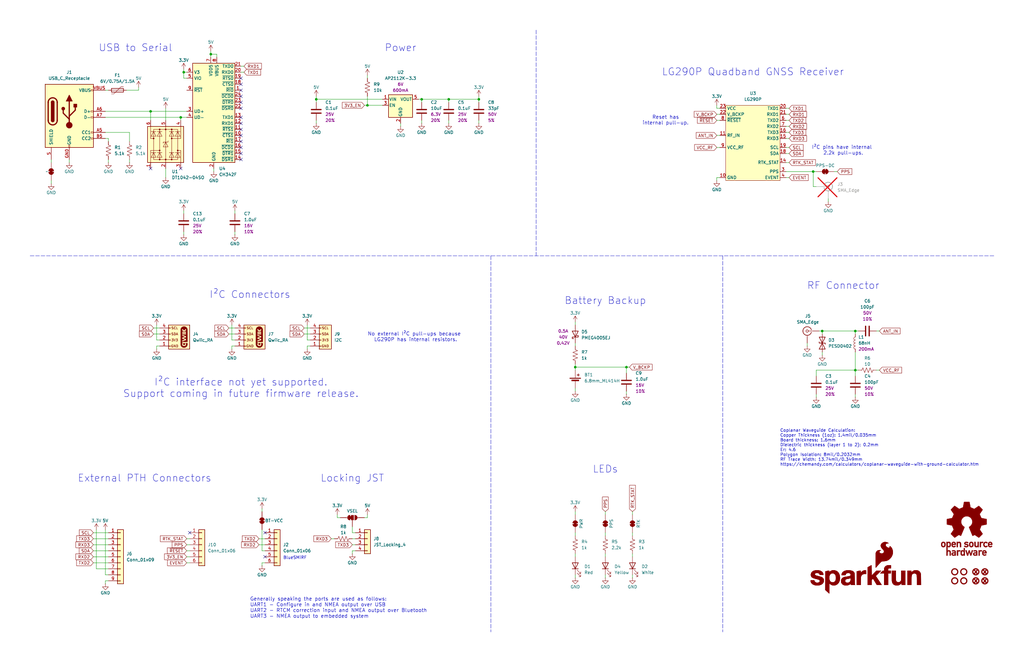
<source format=kicad_sch>
(kicad_sch (version 20231120) (generator "eeschema") (generator_version "8.0")
  (paper "USLedger")
  (title_block (title "LG290P Triband GNSS Receiver Breakout") (date "2024-08-21") (rev "v10") (comment 1 "Designed by: N.Seidle"))
  (lib_symbols
    (symbol "LG209P:LG290P"
      (property "Reference" "U" (at -10.16 16.51 0))
      (property "Value" "LG290P" (at -7.62 -17.78 0))
      (symbol "LG290P_1_1"
        (pin no_connect line (at -13.97 -10.16 0) (length 2.54) hide (name "NC") (number "1"))
        (pin power_in line (at -13.97 -15.24 0) (length 2.54) (name "GND") (number "10"))
        (pin input line (at -13.97 2.54 0) (length 2.54) (name "RF_IN") (number "11"))
        (pin power_in line (at -13.97 -15.24 0) (length 2.54) hide (name "GND") (number "12"))
        (pin power_in line (at -13.97 -15.24 0) (length 2.54) hide (name "GND") (number "13"))
        (pin output line (at 13.97 -8.89 180) (length 2.54) (name "RTK_STAT") (number "14"))
        (pin input line (at 13.97 1.27 180) (length 2.54) (name "RXD3") (number "15"))
        (pin output line (at 13.97 3.81 180) (length 2.54) (name "TXD3") (number "16"))
        (pin no_connect line (at -13.97 -10.16 0) (length 2.54) hide (name "NC") (number "17"))
        (pin bidirectional line (at 13.97 -5.08 180) (length 2.54) (name "SDA") (number "18"))
        (pin bidirectional line (at 13.97 -2.54 180) (length 2.54) (name "SCL") (number "19"))
        (pin no_connect line (at -13.97 -10.16 0) (length 2.54) hide (name "NC") (number "2"))
        (pin output line (at 13.97 13.97 180) (length 2.54) (name "TXD1") (number "20"))
        (pin input line (at 13.97 11.43 180) (length 2.54) (name "RXD1") (number "21"))
        (pin power_in line (at -13.97 11.43 0) (length 2.54) (name "V_BCKP") (number "22"))
        (pin power_in line (at -13.97 13.97 0) (length 2.54) (name "VCC") (number "23"))
        (pin power_in line (at -13.97 -15.24 0) (length 2.54) hide (name "GND") (number "24"))
        (pin power_in line (at -13.97 -15.24 0) (length 2.54) hide (name "GND") (number "25"))
        (pin output line (at 13.97 -12.7 180) (length 2.54) (name "PPS") (number "3"))
        (pin input line (at 13.97 -15.24 180) (length 2.54) (name "EVENT") (number "4"))
        (pin no_connect line (at -13.97 -10.16 0) (length 2.54) hide (name "NC") (number "5"))
        (pin output line (at 13.97 8.89 180) (length 2.54) (name "TXD2") (number "6"))
        (pin input line (at 13.97 6.35 180) (length 2.54) (name "RXD2") (number "7"))
        (pin input line (at -13.97 8.89 0) (length 2.54) (name "~{RESET}") (number "8"))
        (pin power_out line (at -13.97 -2.54 0) (length 2.54) (name "VCC_RF") (number "9"))
      )
    )
    (symbol "SparkFun-Aesthetic:Fiducial_0.5mm"
      (symbol "Fiducial_0.5mm_1_1"
        (text "x" (at 0 0.254 0) (effects (font (size 2.5 2.5) (bold yes))))
      )
    )
    (symbol "SparkFun-Aesthetic:OSHW_Logo" (pin_names (offset 1.016)) (in_bom no))
    (symbol "SparkFun-Aesthetic:SparkFun_Logo" (pin_names (offset 1.016)) (on_board no))
    (symbol "SparkFun-Battery:Battery_6.8mm_ML414H_IV01E" (pin_numbers hide) (pin_names (offset 0) hide)
      (property "Reference" "BT" (at 2.54 2.54 0))
      (property "Value" "6.8mm_ML414H" (at 2.54 0 0))
      (symbol "Battery_6.8mm_ML414H_IV01E_1_1"
        (pin passive line (at 0 5.08 270) (length 2.54) (name "+") (number "+"))
        (pin passive line (at 0 -2.54 90) (length 2.54) (name "-") (number "-"))
      )
    )
    (symbol "SparkFun-Capacitor:0.1uF_0603_25V_20%" (pin_numbers hide) (pin_names (offset 0.254))
      (property "Reference" "C" (at 0.635 2.54 0))
      (property "Value" "0.1uF" (at 0.635 -2.54 0))
      (property "Voltage" "25V" (at 0 -6.35 0))
      (property "Tolerance" "20%" (at 0 -8.89 0))
      (symbol "0.1uF_0603_25V_20%_1_1"
        (pin passive line (at 0 3.81 270) (length 2.794) (name "~") (number "1"))
        (pin passive line (at 0 -3.81 90) (length 2.794) (name "~") (number "2"))
      )
    )
    (symbol "SparkFun-Capacitor:1.0uF_0603_16V_10%" (pin_numbers hide) (pin_names (offset 0.254))
      (property "Reference" "C" (at 0.635 2.54 0))
      (property "Value" "1.0uF" (at 0.635 -2.54 0))
      (property "Voltage" "16V" (at 0 -6.35 0))
      (property "Tolerance" "10%" (at 0 -8.89 0))
      (symbol "1.0uF_0603_16V_10%_1_1"
        (pin passive line (at 0 3.81 270) (length 2.794) (name "~") (number "1"))
        (pin passive line (at 0 -3.81 90) (length 2.794) (name "~") (number "2"))
      )
    )
    (symbol "SparkFun-Capacitor:100pF_0402_50V_10%" (pin_numbers hide) (pin_names (offset 0.254))
      (property "Reference" "C" (at 0.635 2.54 0))
      (property "Value" "100pF" (at 0.635 -2.54 0))
      (property "Voltage" "50V" (at 0 -6.35 0))
      (property "Tolerance" "10%" (at 0 -8.89 0))
      (symbol "100pF_0402_50V_10%_1_1"
        (pin passive line (at 0 3.81 270) (length 2.794) (name "~") (number "1"))
        (pin passive line (at 0 -3.81 90) (length 2.794) (name "~") (number "2"))
      )
    )
    (symbol "SparkFun-Capacitor:100pF_0603_50V_10%" (pin_numbers hide) (pin_names (offset 0.254))
      (property "Reference" "C" (at 0.635 2.54 0))
      (property "Value" "100pF" (at 0.635 -2.54 0))
      (property "Voltage" "50V" (at 0 -6.35 0))
      (property "Tolerance" "10%" (at 0 -8.89 0))
      (symbol "100pF_0603_50V_10%_1_1"
        (pin passive line (at 0 3.81 270) (length 2.794) (name "~") (number "1"))
        (pin passive line (at 0 -3.81 90) (length 2.794) (name "~") (number "2"))
      )
    )
    (symbol "SparkFun-Capacitor:10uF_0603_6.3V_20%" (pin_numbers hide) (pin_names (offset 0.254))
      (property "Reference" "C" (at 0.635 2.54 0))
      (property "Value" "10uF" (at 0.635 -2.54 0))
      (property "Voltage" "6.3V" (at 0 -6.35 0))
      (property "Tolerance" "20%" (at 0 -8.89 0))
      (symbol "10uF_0603_6.3V_20%_1_1"
        (pin passive line (at 0 3.81 270) (length 2.794) (name "~") (number "1"))
        (pin passive line (at 0 -3.81 90) (length 2.794) (name "~") (number "2"))
      )
    )
    (symbol "SparkFun-Capacitor:33pF_0603_50V_5%" (pin_numbers hide) (pin_names (offset 0.254))
      (property "Reference" "C" (at 0.635 2.54 0))
      (property "Value" "33pF" (at 0.635 -2.54 0))
      (property "Voltage" "50V" (at 0 -6.35 0))
      (property "Tolerance" "5%" (at 0 -8.89 0))
      (symbol "33pF_0603_50V_5%_1_1"
        (pin passive line (at 0 3.81 270) (length 2.794) (name "~") (number "1"))
        (pin passive line (at 0 -3.81 90) (length 2.794) (name "~") (number "2"))
      )
    )
    (symbol "SparkFun-Coil:68nH_0402_0.2A" (pin_numbers hide) (pin_names (offset 1.016) hide)
      (property "Reference" "L" (at 0 2.54 0))
      (property "Value" "68nH" (at 0 -1.27 0))
      (property "Current" "200mA" (at 0 -3.81 0))
      (symbol "68nH_0402_0.2A_1_1"
        (pin passive line (at -3.81 0 0) (length 1.27) (name "1") (number "1"))
        (pin passive line (at 3.81 0 180) (length 1.27) (name "2") (number "2"))
      )
    )
    (symbol "SparkFun-Connector:Conn_01x04_JST_1.25mm_Locking" (pin_names (offset 1.016) hide)
      (property "Reference" "J" (at 0 5.08 0))
      (property "Value" "JST_Locking_4" (at 0 -7.62 0))
      (symbol "Conn_01x04_JST_1.25mm_Locking_1_1"
        (pin passive line (at -5.08 2.54 0) (length 3.81) (name "Pin_1") (number "1"))
        (pin passive line (at -5.08 0 0) (length 3.81) (name "Pin_2") (number "2"))
        (pin passive line (at -5.08 -2.54 0) (length 3.81) (name "Pin_3") (number "3"))
        (pin passive line (at -5.08 -5.08 0) (length 3.81) (name "Pin_4") (number "4"))
        (pin no_connect line (at 0 -6.35 90) (length 5.08) hide (name "NC") (number "NC2"))
      )
    )
    (symbol "SparkFun-Connector:Conn_01x06" (pin_names (offset 1.016) hide)
      (property "Reference" "J" (at 0 7.62 0))
      (property "Value" "Conn_01x06" (at 0 -10.16 0))
      (symbol "Conn_01x06_1_1"
        (pin passive line (at -5.08 5.08 0) (length 3.81) (name "Pin_1") (number "1"))
        (pin passive line (at -5.08 2.54 0) (length 3.81) (name "Pin_2") (number "2"))
        (pin passive line (at -5.08 0 0) (length 3.81) (name "Pin_3") (number "3"))
        (pin passive line (at -5.08 -2.54 0) (length 3.81) (name "Pin_4") (number "4"))
        (pin passive line (at -5.08 -5.08 0) (length 3.81) (name "Pin_5") (number "5"))
        (pin passive line (at -5.08 -7.62 0) (length 3.81) (name "Pin_6") (number "6"))
      )
    )
    (symbol "SparkFun-Connector:Conn_01x09" (pin_names (offset 1.016) hide)
      (property "Reference" "J" (at 0 12.7 0))
      (property "Value" "Conn_01x09" (at 0 -12.7 0))
      (symbol "Conn_01x09_1_1"
        (pin passive line (at -5.08 10.16 0) (length 3.81) (name "Pin_1") (number "1"))
        (pin passive line (at -5.08 7.62 0) (length 3.81) (name "Pin_2") (number "2"))
        (pin passive line (at -5.08 5.08 0) (length 3.81) (name "Pin_3") (number "3"))
        (pin passive line (at -5.08 2.54 0) (length 3.81) (name "Pin_4") (number "4"))
        (pin passive line (at -5.08 0 0) (length 3.81) (name "Pin_5") (number "5"))
        (pin passive line (at -5.08 -2.54 0) (length 3.81) (name "Pin_6") (number "6"))
        (pin passive line (at -5.08 -5.08 0) (length 3.81) (name "Pin_7") (number "7"))
        (pin passive line (at -5.08 -7.62 0) (length 3.81) (name "Pin_8") (number "8"))
        (pin passive line (at -5.08 -10.16 0) (length 3.81) (name "Pin_9") (number "9"))
      )
    )
    (symbol "SparkFun-Connector:I2C_01x04" (pin_names (offset 1.016) hide)
      (property "Reference" "J" (at 0 5.08 0))
      (property "Value" "I2C" (at 0 -7.62 0))
      (symbol "I2C_01x04_1_1"
        (text "3V3" (at 1.27 -2.54 0) (effects (font (size 1 1))))
        (text "GND" (at 1.27 -5.08 0) (effects (font (size 1 1))))
        (text "SCL" (at 1.27 2.54 0) (effects (font (size 1 1))))
        (text "SDA" (at 1.27 0 0) (effects (font (size 1 1))))
        (pin passive line (at -5.08 -5.08 0) (length 3.81) (name "Pin_1") (number "1"))
        (pin passive line (at -5.08 -2.54 0) (length 3.81) (name "Pin_2") (number "2"))
        (pin passive line (at -5.08 0 0) (length 3.81) (name "Pin_3") (number "3"))
        (pin passive line (at -5.08 2.54 0) (length 3.81) (name "Pin_4") (number "4"))
      )
    )
    (symbol "SparkFun-Connector:Qwiic_Right_Angle" (pin_names (offset 1.016) hide)
      (property "Reference" "J" (at 0 5.08 0))
      (property "Value" "Qwiic_RA" (at 0 -7.62 0))
      (symbol "Qwiic_Right_Angle_1_1"
        (text "3V3" (at 1.27 -2.54 0) (effects (font (size 1 1))))
        (text "GND" (at 1.27 -5.08 0) (effects (font (size 1 1))))
        (text "SCL" (at 1.27 2.54 0) (effects (font (size 1 1))))
        (text "SDA" (at 1.27 0 0) (effects (font (size 1 1))))
        (pin passive line (at -5.08 -5.08 0) (length 3.81) (name "Pin_1") (number "1"))
        (pin passive line (at -5.08 -2.54 0) (length 3.81) (name "Pin_2") (number "2"))
        (pin passive line (at -5.08 0 0) (length 3.81) (name "Pin_3") (number "3"))
        (pin passive line (at -5.08 2.54 0) (length 3.81) (name "Pin_4") (number "4"))
        (pin no_connect line (at 2.54 3.81 270) (length 2.54) hide (name "NC") (number "NC1"))
        (pin no_connect line (at 2.54 3.81 270) (length 2.54) hide (name "NC") (number "NC2"))
      )
    )
    (symbol "SparkFun-Connector:USB_C_Receptacle" (pin_names (offset 1.016))
      (property "Reference" "J" (at -10.16 12.7 0))
      (property "Value" "USB_C_Receptacle" (at 19.05 12.7 0))
      (symbol "USB_C_Receptacle_1_1"
        (pin bidirectional line (at 15.24 -8.89 180) (length 5.08) (name "CC1") (number "A5"))
        (pin bidirectional line (at 15.24 0 180) (length 5.08) (name "D+") (number "A6"))
        (pin bidirectional line (at 15.24 -2.54 180) (length 5.08) (name "D-") (number "A7"))
        (pin no_connect line (at 5.08 -15.24 90) (length 5.08) hide (name "NC") (number "A8"))
        (pin bidirectional line (at 15.24 -11.43 180) (length 5.08) (name "CC2") (number "B5"))
        (pin bidirectional line (at 15.24 0 180) (length 5.08) hide (name "D+") (number "B6"))
        (pin bidirectional line (at 15.24 -2.54 180) (length 5.08) hide (name "D-") (number "B7"))
        (pin no_connect line (at 7.62 -15.24 90) (length 5.08) hide (name "NC") (number "B8"))
        (pin passive line (at 0 -20.32 90) (length 5.08) (name "GND") (number "GND"))
        (pin no_connect line (at -5.08 -15.24 90) (length 5.08) hide (name "NC") (number "NC1"))
        (pin no_connect line (at 19.05 -20.32 90) (length 5.08) hide (name "NC") (number "NC2"))
        (pin no_connect line (at 19.05 -20.32 90) (length 5.08) hide (name "NC") (number "NC3"))
        (pin passive line (at -7.62 -20.32 90) (length 5.08) (name "SHIELD") (number "S"))
        (pin passive line (at 15.24 8.89 180) (length 5.08) (name "VBUS") (number "VBUS"))
      )
    )
    (symbol "SparkFun-DiscreteSemi:D_Schottky_0.5A_40V_0.42V" (pin_numbers hide) (pin_names (offset 1.016) hide)
      (property "Reference" "D" (at 0 2.54 0))
      (property "Value" "PMEG4005EJ" (at 0 -2.54 0))
      (property "IMax" "0.5A" (at 0 -5.08 0))
      (property "VDrop" "0.42V" (at 0 -10.16 0))
      (property "VMax" "40V" (at 0 -7.62 0))
      (symbol "D_Schottky_0.5A_40V_0.42V_1_1"
        (pin passive line (at 3.81 0 180) (length 2.54) (name "A") (number "A"))
        (pin passive line (at -3.81 0 0) (length 2.54) (name "C") (number "C"))
      )
    )
    (symbol "SparkFun-DiscreteSemi:D_TVS_0402" (pin_numbers hide) (pin_names (offset 1.016) hide)
      (property "Reference" "D" (at 0 2.54 0))
      (property "Value" "PESD0402" (at 0 -2.54 0))
      (symbol "D_TVS_0402_1_1"
        (pin passive line (at -3.81 0 0) (length 2.54) (name "A1") (number "1"))
        (pin passive line (at 3.81 0 180) (length 2.54) (name "A2") (number "2"))
      )
    )
    (symbol "SparkFun-DiscreteSemi:D_TVS_ESD_USB" (pin_names hide)
      (property "Reference" "D" (at -8.636 -2.794 90))
      (property "Value" "DT1042-04SO" (at 9.398 -8.382 90))
      (symbol "D_TVS_ESD_USB_1_1"
        (pin passive line (at -6.35 -11.43 90) (length 2.54) (name "I/O1") (number "1"))
        (pin passive line (at 0 -11.43 90) (length 2.54) (name "GND") (number "2"))
        (pin passive line (at 6.35 -11.43 90) (length 2.54) (name "I/O2") (number "3"))
        (pin passive line (at 6.35 8.89 270) (length 2.54) (name "I/O3") (number "4"))
        (pin passive line (at 0 8.89 270) (length 2.54) (name "VCC") (number "5"))
        (pin passive line (at -6.35 8.89 270) (length 2.54) (name "I/O4") (number "6"))
      )
    )
    (symbol "SparkFun-Fuse:Fuse 6V/0.75A/1.5A" (pin_numbers hide) (pin_names (offset 0))
      (property "Reference" "F" (at 0 2.54 0))
      (property "Value" "6V/0.75A/1.5A" (at 0 -2.54 0))
      (symbol "Fuse 6V/0.75A/1.5A_1_1"
        (pin passive line (at 3.81 0 180) (length 1.27) (name "~") (number "1"))
        (pin passive line (at -3.81 0 0) (length 1.27) (name "~") (number "2"))
      )
    )
    (symbol "SparkFun-Hardware:Standoff")
    (symbol "SparkFun-IC-Comm:CH342F"
      (property "Reference" "U" (at 5.08 -21.59 0))
      (property "Value" "CH342F" (at 5.08 -24.13 0))
      (symbol "CH342F_1_1"
        (pin input line (at 11.43 10.16 180) (length 2.54) (name "~{RI0}") (number "1"))
        (pin input line (at 11.43 -8.89 180) (length 2.54) (name "~{CTS1}") (number "10"))
        (pin output line (at 11.43 -6.35 180) (length 2.54) (name "~{RTS1}") (number "11"))
        (pin input line (at 11.43 -3.81 180) (length 2.54) (name "RXD1") (number "12"))
        (pin output line (at 11.43 -1.27 180) (length 2.54) (name "TXD1") (number "13"))
        (pin input line (at 11.43 -19.05 180) (length 2.54) (name "~{DSR1}") (number "14"))
        (pin output line (at 11.43 -16.51 180) (length 2.54) (name "~{DTR1}") (number "15"))
        (pin input line (at 11.43 -13.97 180) (length 2.54) (name "~{DCD1}") (number "16"))
        (pin input line (at 11.43 -11.43 180) (length 2.54) (name "~{RI1}") (number "17"))
        (pin input line (at 11.43 12.7 180) (length 2.54) (name "~{CTS0}") (number "18"))
        (pin output line (at 11.43 15.24 180) (length 2.54) (name "~{RTS0}") (number "19"))
        (pin power_in line (at 0 -22.86 90) (length 2.54) (name "GND") (number "2"))
        (pin input line (at 11.43 17.78 180) (length 2.54) (name "RXD0") (number "20"))
        (pin output line (at 11.43 20.32 180) (length 2.54) (name "TXD0") (number "21"))
        (pin input line (at 11.43 2.54 180) (length 2.54) (name "~{DSR0}") (number "22"))
        (pin output line (at 11.43 5.08 180) (length 2.54) (name "~{DTR0}") (number "23"))
        (pin input line (at 11.43 7.62 180) (length 2.54) (name "~{DCD0}") (number "24"))
        (pin power_in line (at 0 -22.86 90) (length 2.54) hide (name "GND") (number "25"))
        (pin bidirectional line (at -11.43 1.27 0) (length 2.54) (name "UD+") (number "3"))
        (pin bidirectional line (at -11.43 -1.27 0) (length 2.54) (name "UD-") (number "4"))
        (pin input line (at -11.43 15.24 0) (length 2.54) (name "VIO") (number "5"))
        (pin power_out line (at -11.43 17.78 0) (length 2.54) (name "V3") (number "6"))
        (pin power_in line (at -1.27 24.13 270) (length 2.54) (name "VDD5") (number "7"))
        (pin power_in line (at 1.27 24.13 270) (length 2.54) (name "VBUS") (number "8"))
        (pin input line (at -11.43 10.16 0) (length 2.54) (name "~{RST}") (number "9"))
      )
    )
    (symbol "SparkFun-Jumper:SolderJumper_2_Bridged" (pin_numbers hide) (pin_names (offset 0) hide)
      (property "Reference" "JP" (at 0 2.032 0))
      (property "Value" "~" (at 0 -2.54 0))
      (symbol "SolderJumper_2_Bridged_1_1"
        (pin passive line (at -3.81 0 0) (length 2.54) (name "A") (number "1"))
        (pin passive line (at 3.81 0 180) (length 2.54) (name "B") (number "2"))
      )
    )
    (symbol "SparkFun-Jumper:SolderJumper_3_Bridged12" (pin_numbers hide) (pin_names (offset 0) hide)
      (property "Reference" "JP" (at 0 2.54 0))
      (property "Value" "~" (at 3.81 1.27 0))
      (symbol "SolderJumper_3_Bridged12_1_1"
        (pin passive line (at -5.08 0 0) (length 2.54) (name "A") (number "1"))
        (pin passive line (at 0 -3.81 90) (length 2.54) (name "C") (number "2"))
        (pin passive line (at 5.08 0 180) (length 2.54) (name "B") (number "3"))
      )
    )
    (symbol "SparkFun-LED:LED_Red_0603" (pin_numbers hide) (pin_names (offset 1.016) hide)
      (property "Reference" "D" (at 0 2.54 0))
      (property "Value" "Red" (at 0 -2.54 0))
      (symbol "LED_Red_0603_1_1"
        (pin passive line (at -3.81 0 0) (length 2.54) (name "K") (number "1"))
        (pin passive line (at 3.81 0 180) (length 2.54) (name "A") (number "2"))
      )
    )
    (symbol "SparkFun-LED:LED_White_0603" (pin_numbers hide) (pin_names (offset 1.016) hide)
      (property "Reference" "D" (at 0 2.54 0))
      (property "Value" "White" (at 0 -2.54 0))
      (symbol "LED_White_0603_1_1"
        (pin passive line (at -3.81 0 0) (length 2.54) (name "K") (number "1"))
        (pin passive line (at 3.81 0 180) (length 2.54) (name "A") (number "2"))
      )
    )
    (symbol "SparkFun-LED:LED_Yellow_0603" (pin_numbers hide) (pin_names (offset 1.016) hide)
      (property "Reference" "D" (at 0 2.54 0))
      (property "Value" "Yellow" (at 0 -2.54 0))
      (symbol "LED_Yellow_0603_1_1"
        (pin passive line (at -3.81 0 0) (length 2.54) (name "K") (number "1"))
        (pin passive line (at 3.81 0 180) (length 2.54) (name "A") (number "2"))
      )
    )
    (symbol "SparkFun-PowerSymbol:3.3V" (power) (pin_names (offset 0))
      (property "Value" "3.3V" (at 0 3.81 0))
      (symbol "3.3V_1_1"
        (pin power_in line (at 0 0 90) (length 0) hide (name "3.3V") (number "1"))
      )
    )
    (symbol "SparkFun-PowerSymbol:5V" (power) (pin_names (offset 0))
      (property "Value" "5V" (at 0 3.81 0))
      (symbol "5V_1_1"
        (pin power_in line (at 0 0 90) (length 0) hide (name "5V") (number "1"))
      )
    )
    (symbol "SparkFun-PowerSymbol:GND" (power) (pin_names (offset 0))
      (property "Value" "GND" (at 0 -3.81 0))
      (symbol "GND_1_1"
        (pin power_in line (at 0 0 270) (length 0) hide (name "GND") (number "1"))
      )
    )
    (symbol "SparkFun-RF:SMA_EdgeMount" (pin_numbers hide) (pin_names (offset 1.016) hide)
      (property "Reference" "J" (at 0.254 3.048 0))
      (property "Value" "SMA_Edge" (at 3.81 0 90))
      (symbol "SMA_EdgeMount_1_1"
        (pin passive line (at -5.08 0 0) (length 2.54) (name "In") (number "1"))
        (pin passive line (at 0 -5.08 90) (length 2.54) (name "Ext") (number "2"))
      )
    )
    (symbol "SparkFun-Regulator:AP2112K-3.3" (pin_names (offset 0.254))
      (property "Reference" "U3" (at 0 8.89 0))
      (property "Value" "AP2112K-3.3" (at 0 6.35 0))
      (symbol "AP2112K-3.3_1_1"
        (pin power_in line (at -7.62 2.54 0) (length 2.54) (name "VIN") (number "1"))
        (pin power_in line (at 0 -7.62 90) (length 2.54) (name "GND") (number "2"))
        (pin input line (at -7.62 0 0) (length 2.54) (name "EN") (number "3"))
        (pin no_connect line (at 5.08 0 180) (length 2.54) hide (name "NC") (number "4"))
        (pin power_out line (at 7.62 2.54 180) (length 2.54) (name "VOUT") (number "5"))
      )
    )
    (symbol "SparkFun-Resistor:10_0603" (pin_numbers hide) (pin_names (offset 0))
      (property "Reference" "R" (at 0 -2.54 0))
      (property "Value" "10" (at 0 2.54 0))
      (symbol "10_0603_1_1"
        (pin passive line (at 3.81 0 180) (length 1.27) (name "~") (number "1"))
        (pin passive line (at -3.81 0 0) (length 1.27) (name "~") (number "2"))
      )
    )
    (symbol "SparkFun-Resistor:10k_0603" (pin_numbers hide) (pin_names (offset 0))
      (property "Reference" "R" (at 0 -2.54 0))
      (property "Value" "10k" (at 0 2.54 0))
      (symbol "10k_0603_1_1"
        (pin passive line (at 3.81 0 180) (length 1.27) (name "~") (number "1"))
        (pin passive line (at -3.81 0 0) (length 1.27) (name "~") (number "2"))
      )
    )
    (symbol "SparkFun-Resistor:1k_0603" (pin_numbers hide) (pin_names (offset 0))
      (property "Reference" "R" (at 0 -2.54 0))
      (property "Value" "1k" (at 0 2.54 0))
      (symbol "1k_0603_1_1"
        (pin passive line (at 3.81 0 180) (length 1.27) (name "~") (number "1"))
        (pin passive line (at -3.81 0 0) (length 1.27) (name "~") (number "2"))
      )
    )
    (symbol "SparkFun-Resistor:2.2k_0603" (pin_numbers hide) (pin_names (offset 0))
      (property "Reference" "R" (at 0 -2.54 0))
      (property "Value" "2.2k" (at 0 2.54 0))
      (symbol "2.2k_0603_1_1"
        (pin passive line (at 3.81 0 180) (length 1.27) (name "~") (number "1"))
        (pin passive line (at -3.81 0 0) (length 1.27) (name "~") (number "2"))
      )
    )
    (symbol "SparkFun-Resistor:5.1k_0603" (pin_numbers hide) (pin_names (offset 0))
      (property "Reference" "R" (at 0 -2.54 0))
      (property "Value" "5.1k" (at 0 2.54 0))
      (symbol "5.1k_0603_1_1"
        (pin passive line (at 3.81 0 180) (length 1.27) (name "~") (number "1"))
        (pin passive line (at -3.81 0 0) (length 1.27) (name "~") (number "2"))
      )
    )
    (symbol "power:GND" (power) (pin_numbers hide) (pin_names (offset 0) hide)
      (property "Value" "GND" (at 0 -3.81 0))
      (symbol "GND_1_1"
        (pin power_in line (at 0 0 270) (length 0) (name "~") (number "1"))
      )
    )
  )
  (junction (at 154.94 44.45))
  (junction (at 63.5 46.99))
  (junction (at 360.68 156.21))
  (junction (at 264.16 154.94))
  (junction (at 189.23 41.91))
  (junction (at 346.71 139.7))
  (junction (at 88.9 22.86))
  (junction (at 133.35 41.91))
  (junction (at 76.2 49.53))
  (junction (at 77.47 30.48))
  (junction (at 360.68 139.7))
  (junction (at 177.8 41.91))
  (junction (at 201.93 41.91))
  (junction (at 242.57 154.94))
  (junction (at 342.9 72.39))
  (no_connect (at 101.6 52.07))
  (no_connect (at 111.76 224.79))
  (no_connect (at 101.6 40.64))
  (no_connect (at 111.76 234.95))
  (no_connect (at 101.6 45.72))
  (no_connect (at 101.6 49.53))
  (no_connect (at 101.6 38.1))
  (no_connect (at 80.01 224.79))
  (no_connect (at 101.6 57.15))
  (no_connect (at 76.2 71.12))
  (no_connect (at 101.6 64.77))
  (no_connect (at 101.6 62.23))
  (no_connect (at 101.6 54.61))
  (no_connect (at 63.5 71.12))
  (no_connect (at 101.6 35.56))
  (no_connect (at 101.6 59.69))
  (no_connect (at 101.6 43.18))
  (no_connect (at 101.6 67.31))
  (no_connect (at 101.6 33.02))
  (wire (pts (xy 77.47 30.48) (xy 77.47 29.21)))
  (wire (pts (xy 266.7 226.06) (xy 266.7 224.79)))
  (wire (pts (xy 39.37 227.33) (xy 45.72 227.33)))
  (wire (pts (xy 44.45 38.1) (xy 45.72 38.1)))
  (wire (pts (xy 344.17 156.21) (xy 360.68 156.21)))
  (wire (pts (xy 349.25 85.09) (xy 349.25 83.82)))
  (wire (pts (xy 109.22 229.87) (xy 111.76 229.87)))
  (polyline (pts (xy 226.06 106.68) (xy 226.06 107.95)) (stroke (width 0) (type dash)))
  (wire (pts (xy 99.06 146.05) (xy 97.79 146.05)))
  (wire (pts (xy 66.04 146.05) (xy 66.04 147.32)))
  (wire (pts (xy 99.06 143.51) (xy 97.79 143.51)))
  (wire (pts (xy 331.47 53.34) (xy 332.74 53.34)))
  (wire (pts (xy 76.2 49.53) (xy 76.2 50.8)))
  (wire (pts (xy 76.2 49.53) (xy 78.74 49.53)))
  (wire (pts (xy 331.47 68.58) (xy 332.74 68.58)))
  (wire (pts (xy 242.57 242.57) (xy 242.57 243.84)))
  (wire (pts (xy 331.47 72.39) (xy 342.9 72.39)))
  (wire (pts (xy 360.68 166.37) (xy 360.68 167.64)))
  (wire (pts (xy 201.93 50.8) (xy 201.93 52.07)))
  (wire (pts (xy 346.71 149.86) (xy 346.71 148.59)))
  (wire (pts (xy 101.6 27.94) (xy 102.87 27.94)))
  (wire (pts (xy 360.68 156.21) (xy 361.95 156.21)))
  (wire (pts (xy 360.68 156.21) (xy 360.68 148.59)))
  (wire (pts (xy 177.8 41.91) (xy 177.8 43.18)))
  (wire (pts (xy 78.74 227.33) (xy 80.01 227.33)))
  (wire (pts (xy 39.37 237.49) (xy 45.72 237.49)))
  (wire (pts (xy 264.16 154.94) (xy 264.16 157.48)))
  (wire (pts (xy 44.45 49.53) (xy 76.2 49.53)))
  (wire (pts (xy 39.37 232.41) (xy 45.72 232.41)))
  (wire (pts (xy 96.52 140.97) (xy 99.06 140.97)))
  (wire (pts (xy 177.8 41.91) (xy 189.23 41.91)))
  (wire (pts (xy 133.35 50.8) (xy 133.35 52.07)))
  (wire (pts (xy 78.74 229.87) (xy 80.01 229.87)))
  (wire (pts (xy 302.26 48.26) (xy 303.53 48.26)))
  (wire (pts (xy 45.72 58.42) (xy 45.72 59.69)))
  (wire (pts (xy 110.49 223.52) (xy 110.49 232.41)))
  (wire (pts (xy 302.26 62.23) (xy 303.53 62.23)))
  (wire (pts (xy 53.34 38.1) (xy 58.42 38.1)))
  (wire (pts (xy 77.47 33.02) (xy 77.47 30.48)))
  (wire (pts (xy 149.86 224.79) (xy 148.59 224.79)))
  (wire (pts (xy 90.17 71.12) (xy 90.17 72.39)))
  (wire (pts (xy 266.7 242.57) (xy 266.7 243.84)))
  (wire (pts (xy 154.94 217.17) (xy 154.94 218.44)))
  (wire (pts (xy 44.45 46.99) (xy 63.5 46.99)))
  (wire (pts (xy 153.67 218.44) (xy 154.94 218.44)))
  (wire (pts (xy 242.57 234.95) (xy 242.57 233.68)))
  (wire (pts (xy 64.77 138.43) (xy 67.31 138.43)))
  (wire (pts (xy 67.31 143.51) (xy 66.04 143.51)))
  (wire (pts (xy 44.45 58.42) (xy 45.72 58.42)))
  (wire (pts (xy 97.79 137.16) (xy 97.79 143.51)))
  (wire (pts (xy 242.57 153.67) (xy 242.57 154.94)))
  (wire (pts (xy 45.72 67.31) (xy 45.72 68.58)))
  (wire (pts (xy 77.47 30.48) (xy 78.74 30.48)))
  (wire (pts (xy 242.57 165.1) (xy 242.57 163.83)))
  (wire (pts (xy 351.79 72.39) (xy 353.06 72.39)))
  (wire (pts (xy 45.72 245.11) (xy 44.45 245.11)))
  (wire (pts (xy 242.57 226.06) (xy 242.57 224.79)))
  (polyline (pts (xy 12.7 107.95) (xy 207.01 107.95)) (stroke (width 0) (type dash)))
  (wire (pts (xy 369.57 139.7) (xy 370.84 139.7)))
  (wire (pts (xy 360.68 139.7) (xy 361.95 139.7)))
  (wire (pts (xy 39.37 224.79) (xy 45.72 224.79)))
  (wire (pts (xy 148.59 222.25) (xy 148.59 224.79)))
  (wire (pts (xy 153.67 44.45) (xy 154.94 44.45)))
  (wire (pts (xy 54.61 67.31) (xy 54.61 68.58)))
  (wire (pts (xy 345.44 139.7) (xy 346.71 139.7)))
  (wire (pts (xy 63.5 46.99) (xy 78.74 46.99)))
  (wire (pts (xy 139.7 227.33) (xy 140.97 227.33)))
  (wire (pts (xy 266.7 234.95) (xy 266.7 233.68)))
  (wire (pts (xy 189.23 50.8) (xy 189.23 52.07)))
  (wire (pts (xy 168.91 52.07) (xy 168.91 53.34)))
  (wire (pts (xy 129.54 137.16) (xy 129.54 143.51)))
  (wire (pts (xy 110.49 214.63) (xy 110.49 215.9)))
  (wire (pts (xy 69.85 45.72) (xy 69.85 50.8)))
  (wire (pts (xy 63.5 46.99) (xy 63.5 50.8)))
  (wire (pts (xy 360.68 139.7) (xy 360.68 140.97)))
  (wire (pts (xy 45.72 240.03) (xy 40.64 240.03)))
  (wire (pts (xy 133.35 40.64) (xy 133.35 41.91)))
  (wire (pts (xy 302.26 44.45) (xy 302.26 45.72)))
  (wire (pts (xy 129.54 146.05) (xy 129.54 147.32)))
  (wire (pts (xy 67.31 146.05) (xy 66.04 146.05)))
  (wire (pts (xy 340.36 144.78) (xy 340.36 146.05)))
  (wire (pts (xy 97.79 146.05) (xy 97.79 147.32)))
  (wire (pts (xy 242.57 135.89) (xy 242.57 137.16)))
  (wire (pts (xy 54.61 55.88) (xy 54.61 59.69)))
  (wire (pts (xy 302.26 50.8) (xy 303.53 50.8)))
  (wire (pts (xy 242.57 144.78) (xy 242.57 146.05)))
  (wire (pts (xy 264.16 154.94) (xy 265.43 154.94)))
  (wire (pts (xy 110.49 237.49) (xy 110.49 238.76)))
  (wire (pts (xy 154.94 44.45) (xy 161.29 44.45)))
  (wire (pts (xy 331.47 55.88) (xy 332.74 55.88)))
  (wire (pts (xy 143.51 218.44) (xy 142.24 218.44)))
  (wire (pts (xy 96.52 138.43) (xy 99.06 138.43)))
  (wire (pts (xy 77.47 97.79) (xy 77.47 99.06)))
  (wire (pts (xy 331.47 58.42) (xy 332.74 58.42)))
  (wire (pts (xy 45.72 242.57) (xy 44.45 242.57)))
  (wire (pts (xy 344.17 158.75) (xy 344.17 156.21)))
  (wire (pts (xy 44.45 55.88) (xy 54.61 55.88)))
  (wire (pts (xy 78.74 237.49) (xy 80.01 237.49)))
  (wire (pts (xy 331.47 62.23) (xy 332.74 62.23)))
  (wire (pts (xy 99.06 88.9) (xy 99.06 90.17)))
  (wire (pts (xy 346.71 139.7) (xy 360.68 139.7)))
  (wire (pts (xy 29.21 67.31) (xy 29.21 68.58)))
  (wire (pts (xy 201.93 40.64) (xy 201.93 41.91)))
  (wire (pts (xy 78.74 234.95) (xy 80.01 234.95)))
  (wire (pts (xy 99.06 97.79) (xy 99.06 99.06)))
  (wire (pts (xy 331.47 64.77) (xy 332.74 64.77)))
  (wire (pts (xy 242.57 215.9) (xy 242.57 217.17)))
  (wire (pts (xy 21.59 68.58) (xy 21.59 67.31)))
  (wire (pts (xy 44.45 223.52) (xy 44.45 242.57)))
  (wire (pts (xy 255.27 242.57) (xy 255.27 243.84)))
  (wire (pts (xy 78.74 33.02) (xy 77.47 33.02)))
  (wire (pts (xy 255.27 215.9) (xy 255.27 217.17)))
  (wire (pts (xy 189.23 41.91) (xy 189.23 43.18)))
  (wire (pts (xy 77.47 90.17) (xy 77.47 88.9)))
  (wire (pts (xy 39.37 234.95) (xy 45.72 234.95)))
  (wire (pts (xy 331.47 48.26) (xy 332.74 48.26)))
  (wire (pts (xy 342.9 72.39) (xy 344.17 72.39)))
  (polyline (pts (xy 226.06 12.7) (xy 226.06 106.68)) (stroke (width 0) (type dash)))
  (wire (pts (xy 88.9 22.86) (xy 88.9 24.13)))
  (wire (pts (xy 346.71 139.7) (xy 346.71 140.97)))
  (wire (pts (xy 109.22 227.33) (xy 111.76 227.33)))
  (wire (pts (xy 148.59 227.33) (xy 149.86 227.33)))
  (wire (pts (xy 201.93 41.91) (xy 201.93 43.18)))
  (wire (pts (xy 331.47 74.93) (xy 332.74 74.93)))
  (wire (pts (xy 39.37 229.87) (xy 45.72 229.87)))
  (wire (pts (xy 21.59 77.47) (xy 21.59 76.2)))
  (wire (pts (xy 154.94 31.75) (xy 154.94 33.02)))
  (wire (pts (xy 142.24 217.17) (xy 142.24 218.44)))
  (wire (pts (xy 370.84 156.21) (xy 369.57 156.21)))
  (wire (pts (xy 360.68 156.21) (xy 360.68 158.75)))
  (wire (pts (xy 78.74 232.41) (xy 80.01 232.41)))
  (wire (pts (xy 303.53 45.72) (xy 302.26 45.72)))
  (wire (pts (xy 176.53 41.91) (xy 177.8 41.91)))
  (wire (pts (xy 69.85 71.12) (xy 69.85 74.93)))
  (wire (pts (xy 331.47 45.72) (xy 332.74 45.72)))
  (wire (pts (xy 344.17 167.64) (xy 344.17 166.37)))
  (wire (pts (xy 302.26 74.93) (xy 302.26 76.2)))
  (wire (pts (xy 264.16 165.1) (xy 264.16 166.37)))
  (wire (pts (xy 101.6 30.48) (xy 102.87 30.48)))
  (wire (pts (xy 242.57 154.94) (xy 242.57 156.21)))
  (wire (pts (xy 149.86 232.41) (xy 148.59 232.41)))
  (polyline (pts (xy 419.1 107.95) (xy 207.01 107.95)) (stroke (width 0) (type dash)))
  (wire (pts (xy 133.35 41.91) (xy 161.29 41.91)))
  (wire (pts (xy 40.64 223.52) (xy 40.64 240.03)))
  (polyline (pts (xy 207.01 107.95) (xy 207.01 266.7)) (stroke (width 0) (type dash)))
  (wire (pts (xy 128.27 138.43) (xy 130.81 138.43)))
  (wire (pts (xy 44.45 245.11) (xy 44.45 246.38)))
  (wire (pts (xy 91.44 24.13) (xy 91.44 22.86)))
  (wire (pts (xy 255.27 226.06) (xy 255.27 224.79)))
  (wire (pts (xy 148.59 232.41) (xy 148.59 233.68)))
  (wire (pts (xy 266.7 215.9) (xy 266.7 217.17)))
  (wire (pts (xy 58.42 36.83) (xy 58.42 38.1)))
  (wire (pts (xy 111.76 237.49) (xy 110.49 237.49)))
  (wire (pts (xy 111.76 232.41) (xy 110.49 232.41)))
  (wire (pts (xy 189.23 41.91) (xy 201.93 41.91)))
  (wire (pts (xy 133.35 41.91) (xy 133.35 43.18)))
  (wire (pts (xy 303.53 74.93) (xy 302.26 74.93)))
  (wire (pts (xy 148.59 229.87) (xy 149.86 229.87)))
  (wire (pts (xy 130.81 143.51) (xy 129.54 143.51)))
  (wire (pts (xy 255.27 234.95) (xy 255.27 233.68)))
  (wire (pts (xy 242.57 154.94) (xy 264.16 154.94)))
  (polyline (pts (xy 304.8 107.95) (xy 304.8 266.7)) (stroke (width 0) (type dash)))
  (wire (pts (xy 154.94 44.45) (xy 154.94 40.64)))
  (wire (pts (xy 302.26 57.15) (xy 303.53 57.15)))
  (wire (pts (xy 342.9 78.74) (xy 344.17 78.74)))
  (wire (pts (xy 130.81 146.05) (xy 129.54 146.05)))
  (wire (pts (xy 128.27 140.97) (xy 130.81 140.97)))
  (wire (pts (xy 64.77 140.97) (xy 67.31 140.97)))
  (wire (pts (xy 331.47 50.8) (xy 332.74 50.8)))
  (wire (pts (xy 88.9 22.86) (xy 91.44 22.86)))
  (wire (pts (xy 88.9 21.59) (xy 88.9 22.86)))
  (wire (pts (xy 177.8 50.8) (xy 177.8 52.07)))
  (wire (pts (xy 342.9 72.39) (xy 342.9 78.74)))
  (wire (pts (xy 66.04 137.16) (xy 66.04 143.51)))
  (text "I²C Connectors" (at 105.41 124.46 0) (effects (font (size 3 3))))
  (text "Generally speaking the ports are used as follows:\nUART1 - Configure in and NMEA output over USB\nUART2 - RTCM correction input and NMEA output over Bluetooth\nUART3 - NMEA output to embedded system" (at 105.41 256.54 0) (effects (font (size 1.5 1.5)) (justify left)))
  (text "Reset has\ninternal pull-up." (at 280.67 50.8 0) (effects (font (size 1.5 1.5))))
  (text "I²C interface not yet supported.\nSupport coming in future firmware release." (at 101.6 163.83 0) (effects (font (size 3 3))))
  (text "Coplanar Waveguide Calculation:\nCopper Thickness (1oz): 1.4mil/0.035mm\nBoard thickness: 1.6mm\nDielectric thickness (layer 1 to 2): 0.2mm\nEr: 4.6\nPolygon Isolation: 8mil/0.2032mm\nRF Trace Width: 13.74mil/0.349mm\nhttps://chemandy.com/calculators/coplanar-waveguide-with-ground-calculator.htm" (at 328.93 196.85 0) (effects (font (size 1.27 1.27)) (justify left bottom)))
  (text "I²C pins have internal \n2.2k pull-ups." (at 355.6 63.5 0) (effects (font (size 1.5 1.5))))
  (text "Locking JST" (at 148.59 201.93 0) (effects (font (size 3 3))))
  (text "BlueSMiRF" (at 119.38 236.22 0) (effects (font (size 1.27 1.27)) (justify left bottom)))
  (text "Power\n" (at 168.91 20.32 0) (effects (font (size 3 3))))
  (text "RF Connector" (at 355.6 120.65 0) (effects (font (size 3 3))))
  (text "LEDs\n" (at 255.27 198.12 0) (effects (font (size 3 3))))
  (text "LG290P Quadband GNSS Receiver" (at 317.5 30.48 0) (effects (font (size 3 3))))
  (text "USB to Serial" (at 57.15 20.32 0) (effects (font (size 3 3))))
  (text "Battery Backup" (at 255.27 127 0) (effects (font (size 3 3))))
  (text "External PTH Connectors" (at 60.96 201.93 0) (effects (font (size 3 3))))
  (text "No external I²C pull-ups because \nLG290P has internal resistors." (at 175.26 142.24 0) (effects (font (size 1.5 1.5))))
  (global_label "RXD2" (shape input) (at 109.22 229.87 180) (property "Intersheetrefs" "${INTERSHEET_REFS}" (effects (hide yes))))
  (global_label "TXD2" (shape input) (at 109.22 227.33 180) (property "Intersheetrefs" "${INTERSHEET_REFS}" (effects (hide yes))))
  (global_label "~{RESET}" (shape input) (at 78.74 232.41 180) (property "Intersheetrefs" "${INTERSHEET_REFS}" (effects (hide yes))))
  (global_label "EVENT" (shape input) (at 78.74 237.49 180) (property "Intersheetrefs" "${INTERSHEET_REFS}" (effects (hide yes))))
  (global_label "EVENT" (shape input) (at 332.74 74.93 0) (property "Intersheetrefs" "${INTERSHEET_REFS}" (effects (hide yes))))
  (global_label "RXD3" (shape input) (at 39.37 229.87 180) (property "Intersheetrefs" "${INTERSHEET_REFS}" (effects (hide yes))))
  (global_label "PPS" (shape input) (at 78.74 229.87 180) (property "Intersheetrefs" "${INTERSHEET_REFS}" (effects (hide yes))))
  (global_label "SDA" (shape input) (at 64.77 140.97 180) (property "Intersheetrefs" "${INTERSHEET_REFS}" (effects (hide yes))))
  (global_label "RXD3" (shape input) (at 139.7 227.33 180) (property "Intersheetrefs" "${INTERSHEET_REFS}" (effects (hide yes))))
  (global_label "ANT_IN" (shape input) (at 302.26 57.15 180) (property "Intersheetrefs" "${INTERSHEET_REFS}" (effects (hide yes))))
  (global_label "TXD3" (shape input) (at 332.74 55.88 0) (property "Intersheetrefs" "${INTERSHEET_REFS}" (effects (hide yes))))
  (global_label "3V3_EN" (shape input) (at 153.67 44.45 180) (property "Intersheetrefs" "${INTERSHEET_REFS}" (effects (hide yes))))
  (global_label "SDA" (shape input) (at 332.74 64.77 0) (property "Intersheetrefs" "${INTERSHEET_REFS}" (effects (hide yes))))
  (global_label "VCC_RF" (shape input) (at 370.84 156.21 0) (property "Intersheetrefs" "${INTERSHEET_REFS}" (effects (hide yes))))
  (global_label "VCC_RF" (shape input) (at 302.26 62.23 180) (property "Intersheetrefs" "${INTERSHEET_REFS}" (effects (hide yes))))
  (global_label "RTK_STAT" (shape input) (at 266.7 215.9 90) (property "Intersheetrefs" "${INTERSHEET_REFS}" (effects (hide yes))))
  (global_label "TXD3" (shape input) (at 148.59 229.87 180) (property "Intersheetrefs" "${INTERSHEET_REFS}" (effects (hide yes))))
  (global_label "RXD2" (shape input) (at 332.74 53.34 0) (property "Intersheetrefs" "${INTERSHEET_REFS}" (effects (hide yes))))
  (global_label "SCL" (shape input) (at 128.27 138.43 180) (property "Intersheetrefs" "${INTERSHEET_REFS}" (effects (hide yes))))
  (global_label "SCL" (shape input) (at 332.74 62.23 0) (property "Intersheetrefs" "${INTERSHEET_REFS}" (effects (hide yes))))
  (global_label "TXD2" (shape input) (at 39.37 237.49 180) (property "Intersheetrefs" "${INTERSHEET_REFS}" (effects (hide yes))))
  (global_label "TXD3" (shape input) (at 39.37 227.33 180) (property "Intersheetrefs" "${INTERSHEET_REFS}" (effects (hide yes))))
  (global_label "SDA" (shape input) (at 96.52 140.97 180) (property "Intersheetrefs" "${INTERSHEET_REFS}" (effects (hide yes))))
  (global_label "3V3_EN" (shape input) (at 78.74 234.95 180) (property "Intersheetrefs" "${INTERSHEET_REFS}" (effects (hide yes))))
  (global_label "SCL" (shape input) (at 64.77 138.43 180) (property "Intersheetrefs" "${INTERSHEET_REFS}" (effects (hide yes))))
  (global_label "RXD2" (shape input) (at 39.37 234.95 180) (property "Intersheetrefs" "${INTERSHEET_REFS}" (effects (hide yes))))
  (global_label "RTK_STAT" (shape input) (at 332.74 68.58 0) (property "Intersheetrefs" "${INTERSHEET_REFS}" (effects (hide yes))))
  (global_label "TXD1" (shape input) (at 102.87 30.48 0) (property "Intersheetrefs" "${INTERSHEET_REFS}" (effects (hide yes))))
  (global_label "RXD1" (shape input) (at 102.87 27.94 0) (property "Intersheetrefs" "${INTERSHEET_REFS}" (effects (hide yes))))
  (global_label "RTK_STAT" (shape input) (at 78.74 227.33 180) (property "Intersheetrefs" "${INTERSHEET_REFS}" (effects (hide yes))))
  (global_label "TXD2" (shape input) (at 332.74 50.8 0) (property "Intersheetrefs" "${INTERSHEET_REFS}" (effects (hide yes))))
  (global_label "V_BCKP" (shape input) (at 302.26 48.26 180) (property "Intersheetrefs" "${INTERSHEET_REFS}" (effects (hide yes))))
  (global_label "~{RESET}" (shape input) (at 302.26 50.8 180) (property "Intersheetrefs" "${INTERSHEET_REFS}" (effects (hide yes))))
  (global_label "PPS" (shape input) (at 353.06 72.39 0) (property "Intersheetrefs" "${INTERSHEET_REFS}" (effects (hide yes))))
  (global_label "SDA" (shape input) (at 39.37 232.41 180) (property "Intersheetrefs" "${INTERSHEET_REFS}" (effects (hide yes))))
  (global_label "RXD3" (shape input) (at 332.74 58.42 0) (property "Intersheetrefs" "${INTERSHEET_REFS}" (effects (hide yes))))
  (global_label "SCL" (shape input) (at 96.52 138.43 180) (property "Intersheetrefs" "${INTERSHEET_REFS}" (effects (hide yes))))
  (global_label "SDA" (shape input) (at 128.27 140.97 180) (property "Intersheetrefs" "${INTERSHEET_REFS}" (effects (hide yes))))
  (global_label "SCL" (shape input) (at 39.37 224.79 180) (property "Intersheetrefs" "${INTERSHEET_REFS}" (effects (hide yes))))
  (global_label "TXD1" (shape input) (at 332.74 45.72 0) (property "Intersheetrefs" "${INTERSHEET_REFS}" (effects (hide yes))))
  (global_label "V_BCKP" (shape input) (at 265.43 154.94 0) (property "Intersheetrefs" "${INTERSHEET_REFS}" (effects (hide yes))))
  (global_label "RXD1" (shape input) (at 332.74 48.26 0) (property "Intersheetrefs" "${INTERSHEET_REFS}" (effects (hide yes))))
  (global_label "PPS" (shape input) (at 255.27 215.9 90) (property "Intersheetrefs" "${INTERSHEET_REFS}" (effects (hide yes))))
  (global_label "ANT_IN" (shape input) (at 370.84 139.7 0) (property "Intersheetrefs" "${INTERSHEET_REFS}" (effects (hide yes))))
  (symbol (lib_id "SparkFun-Hardware:Standoff") (at 402.59 245.11 0) (unit 1)
    (property "Reference" "ST4" (effects (hide yes)))
    (property "Value" "Standoff" (effects (hide yes)))
    (property "Footprint" "SparkFun-Hardware:Standoff" (effects (hide yes)))
    (property "Description" "Drill holes for mechanically mounting via screws, standoffs, etc." (effects (hide yes)))
  )
  (symbol (lib_id "SparkFun-RF:SMA_EdgeMount") (at 340.36 139.7 0) (mirror y) (unit 1)
    (property "Reference" "J5" (at 340.6774 133.35 0))
    (property "Value" "SMA_Edge" (at 340.6774 135.89 0))
    (property "Footprint" "SparkFun-Connector:SMA_Edge" (effects (hide yes)))
    (property "Datasheet" "https://www.sparkfun.com/datasheets/Wireless/Antenna/SMA-Connector.pdf" (effects (hide yes)))
    (property "Description" "SMA PCB Edge Mount connector" (effects (hide yes)))
    (property "PROD_ID" "CONN-08289" (effects (hide yes)))
  )
  (symbol (lib_id "SparkFun-Connector:Conn_01x04_JST_1.25mm_Locking") (at 154.94 227.33 0) (unit 1)
    (property "Reference" "J8" (at 157.48 227.33 0) (effects (justify left)))
    (property "Value" "JST_Locking_4" (at 157.48 229.87 0) (effects (justify left)))
    (property "Footprint" "SparkFun-Connector:JST_SMD_1.25mm-4_Locking" (effects (hide yes)))
    (property "Description" "Generic connector, single row, 01x04, script generated (kicad-library-utils/schlib/autogen/connector/)" (effects (hide yes)))
    (property "PROD_ID" "CONN-15303" (effects (hide yes)))
  )
  (symbol (lib_id "SparkFun-PowerSymbol:3.3V") (at 242.57 135.89 0) (unit 1)
    (property "Reference" "#PWR011" (effects (hide yes)))
    (property "Value" "3.3V" (at 242.57 132.08 0))
    (property "Description" "Power symbol creates a global label with name \"3.3V\"" (effects (hide yes)))
  )
  (symbol (lib_id "power:GND") (at 346.71 149.86 0) (unit 1)
    (property "Reference" "#PWR028" (effects (hide yes)))
    (property "Value" "GND" (at 346.71 153.67 0))
    (property "Description" "Power symbol creates a global label with name \"GND\" , ground" (effects (hide yes)))
  )
  (symbol (lib_id "SparkFun-Capacitor:0.1uF_0603_25V_20%") (at 189.23 46.99 0) (unit 1)
    (property "Reference" "C5" (at 193.04 43.1799 0) (effects (justify left)))
    (property "Value" "0.1uF" (at 193.04 45.7199 0) (effects (justify left)))
    (property "Footprint" "SparkFun-Capacitor:C_0603_1608Metric" (effects (hide yes)))
    (property "Datasheet" "https://cdn.sparkfun.com/assets/8/a/4/a/5/Kemet_Capacitor_Datasheet.pdf" (effects (hide yes)))
    (property "Description" "Unpolarized capacitor" (effects (hide yes)))
    (property "PROD_ID" "CAP-00810" (effects (hide yes)))
    (property "Voltage" "25V" (at 193.04 48.2599 0) (effects (justify left)))
    (property "Tolerance" "20%" (at 193.04 50.7999 0) (effects (justify left)))
  )
  (symbol (lib_id "power:GND") (at 189.23 52.07 0) (unit 1)
    (property "Reference" "#PWR034" (effects (hide yes)))
    (property "Value" "GND" (at 189.23 55.88 0))
    (property "Description" "Power symbol creates a global label with name \"GND\" , ground" (effects (hide yes)))
  )
  (symbol (lib_id "SparkFun-Jumper:SolderJumper_2_Bridged") (at 266.7 220.98 90) (unit 1)
    (property "Reference" "JP5" (effects (hide yes)))
    (property "Value" "RTK" (at 269.24 220.98 0))
    (property "Footprint" "SparkFun-Jumper:Jumper_2_NC_Trace" (effects (hide yes)))
    (property "Description" "Solder Jumper, 2-pole, closed/bridged" (effects (hide yes)))
  )
  (symbol (lib_id "power:GND") (at 360.68 167.64 0) (unit 1)
    (property "Reference" "#PWR030" (effects (hide yes)))
    (property "Value" "GND" (at 360.68 171.45 0))
    (property "Description" "Power symbol creates a global label with name \"GND\" , ground" (effects (hide yes)))
  )
  (symbol (lib_id "SparkFun-Capacitor:1.0uF_0603_16V_10%") (at 264.16 161.29 0) (unit 1)
    (property "Reference" "C9" (at 267.97 157.4799 0) (effects (justify left)))
    (property "Value" "1.0uF" (at 267.97 160.0199 0) (effects (justify left)))
    (property "Footprint" "SparkFun-Capacitor:C_0603_1608Metric" (effects (hide yes)))
    (property "Datasheet" "https://cdn.sparkfun.com/assets/8/a/4/a/5/Kemet_Capacitor_Datasheet.pdf" (effects (hide yes)))
    (property "Description" "Unpolarized capacitor" (effects (hide yes)))
    (property "PROD_ID" "CAP-13930" (effects (hide yes)))
    (property "Voltage" "16V" (at 267.97 162.5599 0) (effects (justify left)))
    (property "Tolerance" "10%" (at 267.97 165.0999 0) (effects (justify left)))
  )
  (symbol (lib_id "SparkFun-PowerSymbol:5V") (at 58.42 36.83 0) (unit 1)
    (property "Reference" "#PWR09" (effects (hide yes)))
    (property "Value" "5V" (at 58.42 33.02 0))
    (property "Description" "Power symbol creates a global label with name \"5V\"" (effects (hide yes)))
  )
  (symbol (lib_id "SparkFun-Fuse:Fuse 6V/0.75A/1.5A") (at 49.53 38.1 180) (unit 1)
    (property "Reference" "F1" (at 49.53 31.75 0))
    (property "Value" "6V/0.75A/1.5A" (at 49.53 34.29 0))
    (property "Footprint" "SparkFun-Fuse:1206" (effects (hide yes)))
    (property "Datasheet" "https://www.littelfuse.com/media?resourcetype=datasheets&itemid=2b6a1515-d4ee-4c83-8bd4-152b4901b8f5&filename=littelfuse_ptc_1206l_datasheet.pdf" (effects (hide yes)))
    (property "Description" "Resettable fuse 750mA" (effects (hide yes)))
    (property "PROD_ID" "RES-11150" (effects (hide yes)))
  )
  (symbol (lib_id "power:GND") (at 148.59 233.68 0) (unit 1)
    (property "Reference" "#PWR038" (effects (hide yes)))
    (property "Value" "GND" (at 148.59 237.49 0))
    (property "Description" "Power symbol creates a global label with name \"GND\" , ground" (effects (hide yes)))
  )
  (symbol (lib_id "SparkFun-PowerSymbol:5V") (at 154.94 217.17 0) (unit 1)
    (property "Reference" "#PWR039" (effects (hide yes)))
    (property "Value" "5V" (at 154.94 213.36 0))
    (property "Description" "Power symbol creates a global label with name \"5V\"" (effects (hide yes)))
  )
  (symbol (lib_id "power:GND") (at 264.16 166.37 0) (unit 1)
    (property "Reference" "#PWR01" (effects (hide yes)))
    (property "Value" "GND" (at 264.16 170.18 0))
    (property "Description" "Power symbol creates a global label with name \"GND\" , ground" (effects (hide yes)))
  )
  (symbol (lib_id "SparkFun-Aesthetic:SparkFun_Logo") (at 364.49 243.84 0) (unit 1) (on_board no)
    (property "Reference" "G5" (effects (hide yes)))
    (property "Value" "SparkFun_Logo" (effects (hide yes)))
    (property "Footprint" "SparkFun-Aesthetic:SparkFun_Logo_8mm" (effects (hide yes)))
  )
  (symbol (lib_id "power:GND") (at 21.59 77.47 0) (unit 1)
    (property "Reference" "#PWR048" (effects (hide yes)))
    (property "Value" "GND" (at 21.59 81.28 0))
    (property "Description" "Power symbol creates a global label with name \"GND\" , ground" (effects (hide yes)))
  )
  (symbol (lib_id "SparkFun-Connector:Conn_01x09") (at 50.8 234.95 0) (unit 1)
    (property "Reference" "J6" (at 53.34 233.68 0) (effects (justify left)))
    (property "Value" "Conn_01x09" (at 53.34 236.22 0) (effects (justify left)))
    (property "Footprint" "SparkFun-Connector:1x09" (effects (hide yes)))
    (property "Description" "Generic connector, single row, 01x09, script generated (kicad-library-utils/schlib/autogen/connector/)" (effects (hide yes)))
  )
  (symbol (lib_id "SparkFun-Capacitor:100pF_0402_50V_10%") (at 365.76 139.7 90) (unit 1)
    (property "Reference" "C6" (at 365.76 127 90))
    (property "Value" "100pF" (at 365.76 129.54 90))
    (property "Footprint" "SparkFun-Capacitor:C_0402_1005Metric" (effects (hide yes)))
    (property "Datasheet" "https://cdn.sparkfun.com/assets/8/a/4/a/5/Kemet_Capacitor_Datasheet.pdf" (effects (hide yes)))
    (property "Description" "Unpolarized capacitor" (effects (hide yes)))
    (property "PROD_ID" "CAP-13458" (effects (hide yes)))
    (property "Voltage" "50V" (at 365.76 132.08 90))
    (property "Tolerance" "10%" (at 365.76 134.62 90))
  )
  (symbol (lib_id "power:GND") (at 201.93 52.07 0) (unit 1)
    (property "Reference" "#PWR035" (effects (hide yes)))
    (property "Value" "GND" (at 201.93 55.88 0))
    (property "Description" "Power symbol creates a global label with name \"GND\" , ground" (effects (hide yes)))
  )
  (symbol (lib_id "power:GND") (at 177.8 52.07 0) (unit 1)
    (property "Reference" "#PWR04" (effects (hide yes)))
    (property "Value" "GND" (at 177.8 55.88 0))
    (property "Description" "Power symbol creates a global label with name \"GND\" , ground" (effects (hide yes)))
  )
  (symbol (lib_id "SparkFun-Resistor:1k_0603") (at 266.7 229.87 90) (unit 1)
    (property "Reference" "R3" (at 269.24 228.5999 90) (effects (justify right)))
    (property "Value" "1k" (at 269.24 231.1399 90) (effects (justify right)))
    (property "Footprint" "SparkFun-Resistor:R_0603_1608Metric" (effects (hide yes)))
    (property "Datasheet" "https://www.vishay.com/docs/20035/dcrcwe3.pdf" (effects (hide yes)))
    (property "Description" "Resistor" (effects (hide yes)))
    (property "PROD_ID" "RES-07856" (effects (hide yes)))
  )
  (symbol (lib_id "SparkFun-Aesthetic:Fiducial_0.5mm") (at 415.29 241.3 0) (unit 1)
    (property "Reference" "FID1" (effects (hide yes)))
    (property "Value" "Fiducial_0.5mm" (effects (hide yes)))
    (property "Footprint" "SparkFun-Aesthetic:Fiducial_0.5mm_Mask1mm" (effects (hide yes)))
    (property "Description" "Fiducial Marker" (effects (hide yes)))
  )
  (symbol (lib_id "power:GND") (at 133.35 52.07 0) (unit 1)
    (property "Reference" "#PWR03" (effects (hide yes)))
    (property "Value" "GND" (at 133.35 55.88 0))
    (property "Description" "Power symbol creates a global label with name \"GND\" , ground" (effects (hide yes)))
  )
  (symbol (lib_id "SparkFun-PowerSymbol:5V") (at 133.35 40.64 0) (unit 1)
    (property "Reference" "#PWR014" (effects (hide yes)))
    (property "Value" "5V" (at 133.35 36.83 0))
    (property "Description" "Power symbol creates a global label with name \"5V\"" (effects (hide yes)))
  )
  (symbol (lib_id "SparkFun-Aesthetic:Fiducial_0.5mm") (at 415.29 245.11 0) (unit 1)
    (property "Reference" "FID4" (effects (hide yes)))
    (property "Value" "Fiducial_0.5mm" (effects (hide yes)))
    (property "Footprint" "SparkFun-Aesthetic:Fiducial_0.5mm_Mask1mm" (effects (hide yes)))
    (property "Description" "Fiducial Marker" (effects (hide yes)))
  )
  (symbol (lib_id "SparkFun-Regulator:AP2112K-3.3") (at 168.91 44.45 0) (unit 1)
    (property "Reference" "U2" (at 168.91 30.48 0))
    (property "Value" "AP2112K-3.3" (at 168.91 33.02 0))
    (property "Footprint" "SparkFun-Semiconductor-Standard:SOT23-5" (effects (hide yes)))
    (property "Datasheet" "https://www.diodes.com/assets/Datasheets/AP2112.pdf" (effects (hide yes)))
    (property "Description" "600mA low dropout linear regulator, with enable pin, 3.8V-6V input voltage range, 3.3V fixed positive output, SOT-23-5" (effects (hide yes)))
    (property "PROD_ID" "VREG-12457" (effects (hide yes)))
    (property "VMax" "6V" (at 168.91 35.56 0))
    (property "Imax" "600mA" (at 168.91 38.1 0))
    (property "Iq" "55µA" (effects (hide yes)))
  )
  (symbol (lib_id "SparkFun-PowerSymbol:3.3V") (at 40.64 223.52 0) (unit 1)
    (property "Reference" "#PWR043" (effects (hide yes)))
    (property "Value" "3.3V" (at 40.64 219.71 0))
    (property "Description" "Power symbol creates a global label with name \"3.3V\"" (effects (hide yes)))
  )
  (symbol (lib_id "SparkFun-Capacitor:1.0uF_0603_16V_10%") (at 99.06 93.98 0) (unit 1)
    (property "Reference" "C7" (at 102.87 90.1699 0) (effects (justify left)))
    (property "Value" "1.0uF" (at 102.87 92.7099 0) (effects (justify left)))
    (property "Footprint" "SparkFun-Capacitor:C_0603_1608Metric" (effects (hide yes)))
    (property "Datasheet" "https://cdn.sparkfun.com/assets/8/a/4/a/5/Kemet_Capacitor_Datasheet.pdf" (effects (hide yes)))
    (property "Description" "Unpolarized capacitor" (effects (hide yes)))
    (property "PROD_ID" "CAP-13930" (effects (hide yes)))
    (property "Voltage" "16V" (at 102.87 95.2499 0) (effects (justify left)))
    (property "Tolerance" "10%" (at 102.87 97.7899 0) (effects (justify left)))
  )
  (symbol (lib_id "SparkFun-PowerSymbol:5V") (at 69.85 45.72 0) (unit 1)
    (property "Reference" "#PWR08" (effects (hide yes)))
    (property "Value" "5V" (at 69.85 41.91 0))
    (property "Description" "Power symbol creates a global label with name \"5V\"" (effects (hide yes)))
  )
  (symbol (lib_id "SparkFun-PowerSymbol:3.3V") (at 142.24 217.17 0) (unit 1)
    (property "Reference" "#PWR037" (effects (hide yes)))
    (property "Value" "3.3V" (at 142.24 213.36 0))
    (property "Description" "Power symbol creates a global label with name \"3.3V\"" (effects (hide yes)))
  )
  (symbol (lib_id "SparkFun-Resistor:5.1k_0603") (at 45.72 63.5 90) (unit 1)
    (property "Reference" "R1" (at 48.26 62.2299 90) (effects (justify right)))
    (property "Value" "5.1k" (at 48.26 64.7699 90) (effects (justify right)))
    (property "Footprint" "SparkFun-Resistor:R_0603_1608Metric" (effects (hide yes)))
    (property "Datasheet" "https://www.vishay.com/docs/20035/dcrcwe3.pdf" (effects (hide yes)))
    (property "Description" "Resistor" (effects (hide yes)))
    (property "PROD_ID" "RES-12083" (effects (hide yes)))
  )
  (symbol (lib_id "power:GND") (at 29.21 68.58 0) (unit 1)
    (property "Reference" "#PWR013" (effects (hide yes)))
    (property "Value" "GND" (at 29.21 72.39 0))
    (property "Description" "Power symbol creates a global label with name \"GND\" , ground" (effects (hide yes)))
  )
  (symbol (lib_id "SparkFun-PowerSymbol:5V") (at 99.06 88.9 0) (unit 1)
    (property "Reference" "#PWR051" (effects (hide yes)))
    (property "Value" "5V" (at 99.06 85.09 0))
    (property "Description" "Power symbol creates a global label with name \"5V\"" (effects (hide yes)))
  )
  (symbol (lib_id "SparkFun-Capacitor:100pF_0603_50V_10%") (at 360.68 162.56 0) (unit 1)
    (property "Reference" "C4" (at 364.49 158.75 0) (effects (justify left)))
    (property "Value" "100pF" (at 364.49 161.29 0) (effects (justify left)))
    (property "Footprint" "SparkFun-Capacitor:C_0603_1608Metric" (effects (hide yes)))
    (property "Datasheet" "https://cdn.sparkfun.com/assets/8/a/4/a/5/Kemet_Capacitor_Datasheet.pdf" (effects (hide yes)))
    (property "Description" "Unpolarized capacitor" (effects (hide yes)))
    (property "PROD_ID" "CAP-07883" (effects (hide yes)))
    (property "Voltage" "50V" (at 364.49 163.83 0) (effects (justify left)))
    (property "Tolerance" "10%" (at 364.49 166.37 0) (effects (justify left)))
  )
  (symbol (lib_id "power:GND") (at 45.72 68.58 0) (unit 1)
    (property "Reference" "#PWR015" (effects (hide yes)))
    (property "Value" "GND" (at 45.72 72.39 0))
    (property "Description" "Power symbol creates a global label with name \"GND\" , ground" (effects (hide yes)))
  )
  (symbol (lib_id "SparkFun-Hardware:Standoff") (at 406.4 245.11 0) (unit 1)
    (property "Reference" "ST2" (effects (hide yes)))
    (property "Value" "Standoff" (effects (hide yes)))
    (property "Footprint" "SparkFun-Hardware:Standoff" (effects (hide yes)))
    (property "Description" "Drill holes for mechanically mounting via screws, standoffs, etc." (effects (hide yes)))
  )
  (symbol (lib_id "SparkFun-LED:LED_Red_0603") (at 242.57 238.76 90) (unit 1)
    (property "Reference" "D1" (at 246.38 239.0775 90) (effects (justify right)))
    (property "Value" "Red" (at 246.38 241.6175 90) (effects (justify right)))
    (property "Footprint" "SparkFun-LED:LED_0603_1608Metric_Red" (effects (hide yes)))
    (property "Datasheet" "https://docs.broadcom.com/docs/AV02-0551EN" (effects (hide yes)))
    (property "Description" "Light emitting diode" (effects (hide yes)))
    (property "PROD_ID" "DIO-17976" (effects (hide yes)))
  )
  (symbol (lib_id "SparkFun-Jumper:SolderJumper_3_Bridged12") (at 148.59 218.44 0) (unit 1)
    (property "Reference" "JP4" (effects (hide yes)))
    (property "Value" "VSEL" (at 148.59 215.646 0))
    (property "Footprint" "SparkFun-Jumper:Jumper_3_NC-1_Trace" (effects (hide yes)))
    (property "Description" "3-pole Solder Jumper, pins 1+2 closed/bridged" (effects (hide yes)))
  )
  (symbol (lib_id "SparkFun-Connector:Qwiic_Right_Angle") (at 72.39 140.97 0) (unit 1)
    (property "Reference" "J4" (at 81.28 140.9699 0) (effects (justify left)))
    (property "Value" "Qwiic_RA" (at 81.28 143.5099 0) (effects (justify left)))
    (property "Footprint" "SparkFun-Connector:JST_SMD_1.0mm-4_RA" (effects (hide yes)))
    (property "Datasheet" "https://www.jst-mfg.com/product/pdf/eng/eSH.pdf" (effects (hide yes)))
    (property "Description" "4 pin JST 1mm polarized connector for I2C" (effects (hide yes)))
    (property "PROD_ID" "CONN-13694" (effects (hide yes)))
  )
  (symbol (lib_id "power:GND") (at 242.57 165.1 0) (unit 1)
    (property "Reference" "#PWR024" (effects (hide yes)))
    (property "Value" "GND" (at 242.57 168.91 0))
    (property "Description" "Power symbol creates a global label with name \"GND\" , ground" (effects (hide yes)))
  )
  (symbol (lib_id "SparkFun-Battery:Battery_6.8mm_ML414H_IV01E") (at 242.57 161.29 0) (unit 1)
    (property "Reference" "BT1" (at 246.38 158.1785 0) (effects (justify left)))
    (property "Value" "6.8mm_ML414H" (at 246.38 160.7185 0) (effects (justify left)))
    (property "Footprint" "SparkFun-Battery:ML414H_IV01E" (effects (hide yes)))
    (property "Description" "Reflowable coin cell battery" (effects (hide yes)))
    (property "PROD_ID" "BATT-14267" (effects (hide yes)))
  )
  (symbol (lib_id "SparkFun-Jumper:SolderJumper_2_Bridged") (at 242.57 220.98 90) (unit 1)
    (property "Reference" "JP2" (effects (hide yes)))
    (property "Value" "PWR" (at 245.11 220.98 0))
    (property "Footprint" "SparkFun-Jumper:Jumper_2_NC_Trace" (effects (hide yes)))
    (property "Description" "Solder Jumper, 2-pole, closed/bridged" (effects (hide yes)))
  )
  (symbol (lib_id "power:GND") (at 344.17 167.64 0) (unit 1)
    (property "Reference" "#PWR027" (effects (hide yes)))
    (property "Value" "GND" (at 344.17 171.45 0))
    (property "Description" "Power symbol creates a global label with name \"GND\" , ground" (effects (hide yes)))
  )
  (symbol (lib_id "SparkFun-Resistor:2.2k_0603") (at 255.27 229.87 90) (unit 1)
    (property "Reference" "R5" (at 257.81 228.5999 90) (effects (justify right)))
    (property "Value" "2.2k" (at 257.81 231.1399 90) (effects (justify right)))
    (property "Footprint" "SparkFun-Resistor:R_0603_1608Metric" (effects (hide yes)))
    (property "Datasheet" "https://www.vishay.com/docs/20035/dcrcwe3.pdf" (effects (hide yes)))
    (property "Description" "Resistor" (effects (hide yes)))
    (property "PROD_ID" "RES-08272" (effects (hide yes)))
  )
  (symbol (lib_id "SparkFun-Aesthetic:OSHW_Logo") (at 407.67 227.33 0) (unit 1) (in_bom no)
    (property "Reference" "G1" (effects (hide yes)))
    (property "Value" "OSHW_Logo" (effects (hide yes)))
    (property "Footprint" "SparkFun-Aesthetic:Creative_Commons_License" (effects (hide yes)))
  )
  (symbol (lib_id "power:GND") (at 168.91 53.34 0) (unit 1)
    (property "Reference" "#PWR06" (effects (hide yes)))
    (property "Value" "GND" (at 168.91 57.15 0))
    (property "Description" "Power symbol creates a global label with name \"GND\" , ground" (effects (hide yes)))
  )
  (symbol (lib_id "SparkFun-Hardware:Standoff") (at 402.59 241.3 0) (unit 1)
    (property "Reference" "ST3" (effects (hide yes)))
    (property "Value" "Standoff" (effects (hide yes)))
    (property "Footprint" "SparkFun-Hardware:Standoff" (effects (hide yes)))
    (property "Description" "Drill holes for mechanically mounting via screws, standoffs, etc." (effects (hide yes)))
  )
  (symbol (lib_id "SparkFun-Connector:I2C_01x04") (at 135.89 140.97 0) (unit 1)
    (property "Reference" "J9" (at 140.97 140.9699 0) (effects (justify left)))
    (property "Value" "I2C" (at 140.97 143.5099 0) (effects (justify left)))
    (property "Footprint" "SparkFun-Connector:1x04" (effects (hide yes)))
    (property "Description" "Coomon 4 pin PTH connector for I2C" (effects (hide yes)))
  )
  (symbol (lib_id "SparkFun-PowerSymbol:GND") (at 97.79 147.32 0) (unit 1)
    (property "Reference" "#PWR036" (effects (hide yes)))
    (property "Value" "GND" (at 97.79 151.13 0))
    (property "Description" "Power symbol creates a global label with name \"GND\" , ground" (effects (hide yes)))
  )
  (symbol (lib_id "power:GND") (at 54.61 68.58 0) (unit 1)
    (property "Reference" "#PWR016" (effects (hide yes)))
    (property "Value" "GND" (at 54.61 72.39 0))
    (property "Description" "Power symbol creates a global label with name \"GND\" , ground" (effects (hide yes)))
  )
  (symbol (lib_id "SparkFun-PowerSymbol:5V") (at 88.9 21.59 0) (unit 1)
    (property "Reference" "#PWR042" (effects (hide yes)))
    (property "Value" "5V" (at 88.9 17.78 0))
    (property "Description" "Power symbol creates a global label with name \"5V\"" (effects (hide yes)))
  )
  (symbol (lib_id "SparkFun-PowerSymbol:3.3V") (at 242.57 215.9 0) (unit 1)
    (property "Reference" "#PWR023" (effects (hide yes)))
    (property "Value" "3.3V" (at 242.57 212.09 0))
    (property "Description" "Power symbol creates a global label with name \"3.3V\"" (effects (hide yes)))
  )
  (symbol (lib_id "SparkFun-Jumper:SolderJumper_2_Bridged") (at 347.98 72.39 0) (unit 1)
    (property "Reference" "JP6" (effects (hide yes)))
    (property "Value" "PPS-DC" (at 347.98 69.85 0))
    (property "Footprint" "SparkFun-Jumper:Jumper_2_NC_Trace" (effects (hide yes)))
    (property "Description" "Solder Jumper, 2-pole, closed/bridged" (effects (hide yes)))
  )
  (symbol (lib_id "SparkFun-Jumper:SolderJumper_2_Bridged") (at 110.49 219.71 90) (unit 1)
    (property "Reference" "JP1" (effects (hide yes)))
    (property "Value" "BT-VCC" (at 111.76 219.71 90) (effects (justify right)))
    (property "Footprint" "SparkFun-Jumper:Jumper_2_NC_Trace" (effects (hide yes)))
    (property "Description" "Solder Jumper, 2-pole, closed/bridged" (effects (hide yes)))
  )
  (symbol (lib_id "SparkFun-Hardware:Standoff") (at 406.4 241.3 0) (unit 1)
    (property "Reference" "ST1" (effects (hide yes)))
    (property "Value" "Standoff" (effects (hide yes)))
    (property "Footprint" "SparkFun-Hardware:Standoff" (effects (hide yes)))
    (property "Description" "Drill holes for mechanically mounting via screws, standoffs, etc." (effects (hide yes)))
  )
  (symbol (lib_id "SparkFun-DiscreteSemi:D_TVS_ESD_USB") (at 69.85 59.69 0) (unit 1)
    (property "Reference" "U1" (at 72.39 72.39 0) (effects (justify left)))
    (property "Value" "DT1042-04SO" (at 72.39 74.93 0) (effects (justify left)))
    (property "Footprint" "SparkFun-Semiconductor-Standard:SOT23-6" (effects (hide yes)))
    (property "Datasheet" "https://www.diodes.com/assets/Datasheets/DT1042-04SO.pdf" (effects (hide yes)))
    (property "Description" "Very low capacitance ESD protection diode, 4 data-line, SOT-23-6" (effects (hide yes)))
    (property "PROD_ID" "IC-13538" (effects (hide yes)))
  )
  (symbol (lib_id "SparkFun-Capacitor:0.1uF_0603_25V_20%") (at 344.17 162.56 0) (unit 1)
    (property "Reference" "C3" (at 347.98 158.75 0) (effects (justify left)))
    (property "Value" "0.1uF" (at 347.98 161.29 0) (effects (justify left)))
    (property "Footprint" "SparkFun-Capacitor:C_0603_1608Metric" (effects (hide yes)))
    (property "Datasheet" "https://cdn.sparkfun.com/assets/8/a/4/a/5/Kemet_Capacitor_Datasheet.pdf" (effects (hide yes)))
    (property "Description" "Unpolarized capacitor" (effects (hide yes)))
    (property "PROD_ID" "CAP-00810" (effects (hide yes)))
    (property "Voltage" "25V" (at 347.98 163.83 0) (effects (justify left)))
    (property "Tolerance" "20%" (at 347.98 166.37 0) (effects (justify left)))
  )
  (symbol (lib_id "SparkFun-PowerSymbol:3.3V") (at 302.26 44.45 0) (unit 1)
    (property "Reference" "#PWR053" (effects (hide yes)))
    (property "Value" "3.3V" (at 302.26 40.64 0))
    (property "Description" "Power symbol creates a global label with name \"3.3V\"" (effects (hide yes)))
  )
  (symbol (lib_id "SparkFun-PowerSymbol:GND") (at 66.04 147.32 0) (unit 1)
    (property "Reference" "#PWR021" (effects (hide yes)))
    (property "Value" "GND" (at 66.04 151.13 0))
    (property "Description" "Power symbol creates a global label with name \"GND\" , ground" (effects (hide yes)))
  )
  (symbol (lib_id "power:GND") (at 110.49 238.76 0) (unit 1)
    (property "Reference" "#PWR019" (effects (hide yes)))
    (property "Value" "GND" (at 110.49 242.57 0))
    (property "Description" "Power symbol creates a global label with name \"GND\" , ground" (effects (hide yes)))
  )
  (symbol (lib_id "power:GND") (at 44.45 246.38 0) (unit 1)
    (property "Reference" "#PWR032" (effects (hide yes)))
    (property "Value" "GND" (at 44.45 250.19 0))
    (property "Description" "Power symbol creates a global label with name \"GND\" , ground" (effects (hide yes)))
  )
  (symbol (lib_id "SparkFun-Capacitor:0.1uF_0603_25V_20%") (at 133.35 46.99 0) (unit 1)
    (property "Reference" "C1" (at 137.16 43.18 0) (effects (justify left)))
    (property "Value" "0.1uF" (at 137.16 45.72 0) (effects (justify left)))
    (property "Footprint" "SparkFun-Capacitor:C_0603_1608Metric" (effects (hide yes)))
    (property "Datasheet" "https://cdn.sparkfun.com/assets/8/a/4/a/5/Kemet_Capacitor_Datasheet.pdf" (effects (hide yes)))
    (property "Description" "Unpolarized capacitor" (effects (hide yes)))
    (property "PROD_ID" "CAP-00810" (effects (hide yes)))
    (property "Voltage" "25V" (at 137.16 48.26 0) (effects (justify left)))
    (property "Tolerance" "20%" (at 137.16 50.8 0) (effects (justify left)))
  )
  (symbol (lib_id "SparkFun-PowerSymbol:3.3V") (at 201.93 40.64 0) (unit 1)
    (property "Reference" "#PWR010" (effects (hide yes)))
    (property "Value" "3.3V" (at 201.93 36.83 0))
    (property "Description" "Power symbol creates a global label with name \"3.3V\"" (effects (hide yes)))
  )
  (symbol (lib_id "SparkFun-IC-Comm:CH342F") (at 90.17 48.26 0) (unit 1)
    (property "Reference" "U4" (at 92.3641 71.12 0) (effects (justify left)))
    (property "Value" "CH342F" (at 92.3641 73.66 0) (effects (justify left)))
    (property "Footprint" "SparkFun-Semiconductor-Standard:QFN-24-1EP_4x4mm_P0.5mm_EP2.7x2.7mm" (effects (hide yes)))
    (property "Datasheet" "https://cdn.sparkfun.com/assets/4/5/0/b/7/CH342_Datasheet.pdf" (effects (hide yes)))
    (property "Description" "USB dual serial converter, UART, QFN-24" (effects (hide yes)))
    (property "PROD_ID" "IC-23059" (effects (hide yes)))
  )
  (symbol (lib_id "SparkFun-Resistor:5.1k_0603") (at 54.61 63.5 90) (unit 1)
    (property "Reference" "R2" (at 57.15 62.2299 90) (effects (justify right)))
    (property "Value" "5.1k" (at 57.15 64.7699 90) (effects (justify right)))
    (property "Footprint" "SparkFun-Resistor:R_0603_1608Metric" (effects (hide yes)))
    (property "Datasheet" "https://www.vishay.com/docs/20035/dcrcwe3.pdf" (effects (hide yes)))
    (property "Description" "Resistor" (effects (hide yes)))
    (property "PROD_ID" "RES-12083" (effects (hide yes)))
  )
  (symbol (lib_id "SparkFun-Resistor:1k_0603") (at 242.57 149.86 90) (unit 1)
    (property "Reference" "R7" (at 245.11 148.5899 90) (effects (justify right)))
    (property "Value" "1k" (at 245.11 151.1299 90) (effects (justify right)))
    (property "Footprint" "SparkFun-Resistor:R_0603_1608Metric" (effects (hide yes)))
    (property "Datasheet" "https://www.vishay.com/docs/20035/dcrcwe3.pdf" (effects (hide yes)))
    (property "Description" "Resistor" (effects (hide yes)))
    (property "PROD_ID" "RES-07856" (effects (hide yes)))
  )
  (symbol (lib_id "power:GND") (at 349.25 85.09 0) (unit 1)
    (property "Reference" "#PWR049" (effects (hide yes)))
    (property "Value" "GND" (at 349.25 88.9 0))
    (property "Description" "Power symbol creates a global label with name \"GND\" , ground" (effects (hide yes)))
  )
  (symbol (lib_id "SparkFun-LED:LED_Yellow_0603") (at 255.27 238.76 90) (unit 1)
    (property "Reference" "D4" (at 259.08 239.0775 90) (effects (justify right)))
    (property "Value" "Yellow" (at 259.08 241.6175 90) (effects (justify right)))
    (property "Footprint" "SparkFun-LED:LED_0603_1608Metric_Yellow" (effects (hide yes)))
    (property "Datasheet" "https://www.kingbrightusa.com/images/catalog/SPEC/APT1608SYCK.pdf" (effects (hide yes)))
    (property "Description" "Light emitting diode" (effects (hide yes)))
    (property "PROD_ID" "DIO-09003" (effects (hide yes)))
  )
  (symbol (lib_id "SparkFun-PowerSymbol:3.3V") (at 97.79 137.16 0) (unit 1)
    (property "Reference" "#PWR033" (effects (hide yes)))
    (property "Value" "3.3V" (at 97.79 133.35 0))
    (property "Description" "Power symbol creates a global label with name \"3.3V\"" (effects (hide yes)))
  )
  (symbol (lib_id "SparkFun-Capacitor:33pF_0603_50V_5%") (at 201.93 46.99 0) (unit 1)
    (property "Reference" "C8" (at 205.74 43.1799 0) (effects (justify left)))
    (property "Value" "33pF" (at 205.74 45.7199 0) (effects (justify left)))
    (property "Footprint" "SparkFun-Capacitor:C_0603_1608Metric" (effects (hide yes)))
    (property "Datasheet" "https://cdn.sparkfun.com/assets/8/a/4/a/5/Kemet_Capacitor_Datasheet.pdf" (effects (hide yes)))
    (property "Description" "Unpolarized capacitor" (effects (hide yes)))
    (property "PROD_ID" "CAP-10142" (effects (hide yes)))
    (property "Voltage" "50V" (at 205.74 48.2599 0) (effects (justify left)))
    (property "Tolerance" "5%" (at 205.74 50.7999 0) (effects (justify left)))
  )
  (symbol (lib_id "SparkFun-Connector:Conn_01x06") (at 85.09 229.87 0) (unit 1)
    (property "Reference" "J10" (at 87.63 229.87 0) (effects (justify left)))
    (property "Value" "Conn_01x06" (at 87.63 232.41 0) (effects (justify left)))
    (property "Footprint" "SparkFun-Connector:1x06" (effects (hide yes)))
    (property "Description" "Generic connector, single row, 01x06, script generated (kicad-library-utils/schlib/autogen/connector/)" (effects (hide yes)))
  )
  (symbol (lib_id "SparkFun-Resistor:10k_0603") (at 154.94 36.83 90) (unit 1)
    (property "Reference" "R9" (at 157.48 35.5599 90) (effects (justify right)))
    (property "Value" "10k" (at 157.48 38.0999 90) (effects (justify right)))
    (property "Footprint" "SparkFun-Resistor:R_0603_1608Metric" (effects (hide yes)))
    (property "Datasheet" "https://www.vishay.com/docs/20035/dcrcwe3.pdf" (effects (hide yes)))
    (property "Description" "Resistor" (effects (hide yes)))
    (property "PROD_ID" "RES-00824" (effects (hide yes)))
  )
  (symbol (lib_id "SparkFun-PowerSymbol:3.3V") (at 77.47 29.21 0) (mirror y) (unit 1)
    (property "Reference" "#PWR012" (effects (hide yes)))
    (property "Value" "3.3V" (at 77.47 25.4 0))
    (property "Description" "Power symbol creates a global label with name \"3.3V\"" (effects (hide yes)))
  )
  (symbol (lib_id "power:GND") (at 99.06 99.06 0) (unit 1)
    (property "Reference" "#PWR052" (effects (hide yes)))
    (property "Value" "GND" (at 99.06 102.87 0))
    (property "Description" "Power symbol creates a global label with name \"GND\" , ground" (effects (hide yes)))
  )
  (symbol (lib_id "SparkFun-Connector:USB_C_Receptacle") (at 29.21 46.99 0) (unit 1)
    (property "Reference" "J1" (at 29.21 30.48 0))
    (property "Value" "USB_C_Receptacle" (at 29.21 33.02 0))
    (property "Footprint" "SparkFun-Connector:USB-C_16" (effects (hide yes)))
    (property "Datasheet" "https://www.usb.org/sites/default/files/documents/usb_type-c.zip" (effects (hide yes)))
    (property "Description" "USB 2.0-only Type-C Receptacle connector" (effects (hide yes)))
    (property "PROD_ID" "CONN-14122" (effects (hide yes)))
  )
  (symbol (lib_id "SparkFun-PowerSymbol:GND") (at 129.54 147.32 0) (unit 1)
    (property "Reference" "#PWR041" (effects (hide yes)))
    (property "Value" "GND" (at 129.54 151.13 0))
    (property "Description" "Power symbol creates a global label with name \"GND\" , ground" (effects (hide yes)))
  )
  (symbol (lib_id "SparkFun-Connector:Conn_01x06") (at 116.84 229.87 0) (unit 1)
    (property "Reference" "J2" (at 119.38 229.87 0) (effects (justify left)))
    (property "Value" "Conn_01x06" (at 119.38 232.41 0) (effects (justify left)))
    (property "Footprint" "SparkFun-Connector:1x06" (effects (hide yes)))
    (property "Description" "Generic connector, single row, 01x06, script generated (kicad-library-utils/schlib/autogen/connector/)" (effects (hide yes)))
  )
  (symbol (lib_id "SparkFun-Aesthetic:SparkFun_Logo") (at 364.49 243.84 0) (unit 1) (on_board no)
    (property "Reference" "G3" (effects (hide yes)))
    (property "Value" "SparkFun_Logo" (effects (hide yes)))
  )
  (symbol (lib_id "SparkFun-Aesthetic:Fiducial_0.5mm") (at 411.48 241.3 0) (unit 1)
    (property "Reference" "FID2" (effects (hide yes)))
    (property "Value" "Fiducial_0.5mm" (effects (hide yes)))
    (property "Footprint" "SparkFun-Aesthetic:Fiducial_0.5mm_Mask1mm" (effects (hide yes)))
    (property "Description" "Fiducial Marker" (effects (hide yes)))
  )
  (symbol (lib_id "SparkFun-Connector:Qwiic_Right_Angle") (at 104.14 140.97 0) (unit 1)
    (property "Reference" "J7" (at 113.03 140.9699 0) (effects (justify left)))
    (property "Value" "Qwiic_RA" (at 113.03 143.5099 0) (effects (justify left)))
    (property "Footprint" "SparkFun-Connector:JST_SMD_1.0mm-4_RA" (effects (hide yes)))
    (property "Datasheet" "https://www.jst-mfg.com/product/pdf/eng/eSH.pdf" (effects (hide yes)))
    (property "Description" "4 pin JST 1mm polarized connector for I2C" (effects (hide yes)))
    (property "PROD_ID" "CONN-13694" (effects (hide yes)))
  )
  (symbol (lib_id "power:GND") (at 340.36 146.05 0) (unit 1)
    (property "Reference" "#PWR026" (effects (hide yes)))
    (property "Value" "GND" (at 340.36 149.86 0))
    (property "Description" "Power symbol creates a global label with name \"GND\" , ground" (effects (hide yes)))
  )
  (symbol (lib_id "power:GND") (at 77.47 99.06 0) (unit 1)
    (property "Reference" "#PWR047" (effects (hide yes)))
    (property "Value" "GND" (at 77.47 102.87 0))
    (property "Description" "Power symbol creates a global label with name \"GND\" , ground" (effects (hide yes)))
  )
  (symbol (lib_id "SparkFun-Resistor:10_0603") (at 365.76 156.21 0) (unit 1)
    (property "Reference" "R6" (at 365.76 151.13 0))
    (property "Value" "10" (at 365.76 153.67 0))
    (property "Footprint" "SparkFun-Resistor:R_0603_1608Metric" (effects (hide yes)))
    (property "Datasheet" "https://www.vishay.com/docs/20035/dcrcwe3.pdf" (effects (hide yes)))
    (property "Description" "Resistor" (effects (hide yes)))
    (property "PROD_ID" "RES-12581" (effects (hide yes)))
  )
  (symbol (lib_id "LG209P:LG290P") (at 317.5 59.69 0) (unit 1)
    (property "Reference" "U3" (at 317.5 39.37 0))
    (property "Value" "LG290P" (at 317.5 41.91 0))
    (property "Footprint" "LG290P:Quectel_LG290P" (effects (hide yes)))
    (property "Datasheet" "https://cdn.sparkfun.com/assets/4/1/a/7/e/Quectel_LG290P_03__Hardware_Design_V1.0.pdf" (effects (hide yes)))
    (property "Description" "Quectel Quadband GNSS Receiver" (effects (hide yes)))
    (property "PROD_ID" "GPS-23025" (effects (hide yes)))
  )
  (symbol (lib_id "SparkFun-PowerSymbol:3.3V") (at 77.47 88.9 0) (unit 1)
    (property "Reference" "#PWR045" (effects (hide yes)))
    (property "Value" "3.3V" (at 77.47 85.09 0))
    (property "Description" "Power symbol creates a global label with name \"3.3V\"" (effects (hide yes)))
  )
  (symbol (lib_id "SparkFun-PowerSymbol:5V") (at 154.94 31.75 0) (unit 1)
    (property "Reference" "#PWR017" (effects (hide yes)))
    (property "Value" "5V" (at 154.94 27.94 0))
    (property "Description" "Power symbol creates a global label with name \"5V\"" (effects (hide yes)))
  )
  (symbol (lib_id "SparkFun-Resistor:1k_0603") (at 144.78 227.33 180) (unit 1)
    (property "Reference" "R8" (at 144.78 222.25 0))
    (property "Value" "1k" (at 144.78 224.79 0))
    (property "Footprint" "SparkFun-Resistor:R_0603_1608Metric" (effects (hide yes)))
    (property "Datasheet" "https://www.vishay.com/docs/20035/dcrcwe3.pdf" (effects (hide yes)))
    (property "Description" "Resistor" (effects (hide yes)))
    (property "PROD_ID" "RES-07856" (effects (hide yes)))
  )
  (symbol (lib_id "power:GND") (at 266.7 243.84 0) (unit 1)
    (property "Reference" "#PWR025" (effects (hide yes)))
    (property "Value" "GND" (at 266.7 247.65 0))
    (property "Description" "Power symbol creates a global label with name \"GND\" , ground" (effects (hide yes)))
  )
  (symbol (lib_id "power:GND") (at 69.85 74.93 0) (unit 1)
    (property "Reference" "#PWR07" (effects (hide yes)))
    (property "Value" "GND" (at 69.85 78.74 0))
    (property "Description" "Power symbol creates a global label with name \"GND\" , ground" (effects (hide yes)))
  )
  (symbol (lib_id "SparkFun-Capacitor:10uF_0603_6.3V_20%") (at 177.8 46.99 0) (unit 1)
    (property "Reference" "C2" (at 181.61 43.1799 0) (effects (justify left)))
    (property "Value" "10uF" (at 181.61 45.7199 0) (effects (justify left)))
    (property "Footprint" "SparkFun-Capacitor:C_0603_1608Metric" (effects (hide yes)))
    (property "Datasheet" "https://cdn.sparkfun.com/assets/8/a/4/a/5/Kemet_Capacitor_Datasheet.pdf" (effects (hide yes)))
    (property "Description" "Unpolarized capacitor" (effects (hide yes)))
    (property "PROD_ID" "CAP-11015" (effects (hide yes)))
    (property "Voltage" "6.3V" (at 181.61 48.2599 0) (effects (justify left)))
    (property "Tolerance" "20%" (at 181.61 50.7999 0) (effects (justify left)))
  )
  (symbol (lib_id "SparkFun-PowerSymbol:5V") (at 44.45 223.52 0) (unit 1)
    (property "Reference" "#PWR031" (effects (hide yes)))
    (property "Value" "5V" (at 44.45 219.71 0))
    (property "Description" "Power symbol creates a global label with name \"5V\"" (effects (hide yes)))
  )
  (symbol (lib_id "SparkFun-Resistor:1k_0603") (at 242.57 229.87 90) (unit 1)
    (property "Reference" "R4" (at 245.11 228.5999 90) (effects (justify right)))
    (property "Value" "1k" (at 245.11 231.1399 90) (effects (justify right)))
    (property "Footprint" "SparkFun-Resistor:R_0603_1608Metric" (effects (hide yes)))
    (property "Datasheet" "https://www.vishay.com/docs/20035/dcrcwe3.pdf" (effects (hide yes)))
    (property "Description" "Resistor" (effects (hide yes)))
    (property "PROD_ID" "RES-07856" (effects (hide yes)))
  )
  (symbol (lib_id "SparkFun-Jumper:SolderJumper_2_Bridged") (at 21.59 72.39 90) (unit 1)
    (property "Reference" "JP7" (effects (hide yes)))
    (property "Value" "~" (at 20.32 72.39 90) (effects (justify left)))
    (property "Footprint" "SparkFun-Jumper:Jumper_2_NC_Trace" (effects (hide yes)))
    (property "Description" "Solder Jumper, 2-pole, closed/bridged" (effects (hide yes)))
  )
  (symbol (lib_id "SparkFun-RF:SMA_EdgeMount") (at 349.25 78.74 0) (unit 1) (dnp yes)
    (property "Reference" "J3" (at 353.06 77.7631 0) (effects (justify left)))
    (property "Value" "SMA_Edge" (at 353.06 80.3031 0) (effects (justify left)))
    (property "Footprint" "SparkFun-Connector:SMA_Edge" (effects (hide yes)))
    (property "Datasheet" "https://www.sparkfun.com/datasheets/Wireless/Antenna/SMA-Connector.pdf" (effects (hide yes)))
    (property "Description" "SMA PCB Edge Mount connector" (effects (hide yes)))
    (property "PROD_ID" "CONN-08289" (effects (hide yes)))
  )
  (symbol (lib_id "SparkFun-PowerSymbol:3.3V") (at 129.54 137.16 0) (unit 1)
    (property "Reference" "#PWR040" (effects (hide yes)))
    (property "Value" "3.3V" (at 129.54 133.35 0))
    (property "Description" "Power symbol creates a global label with name \"3.3V\"" (effects (hide yes)))
  )
  (symbol (lib_id "SparkFun-DiscreteSemi:D_TVS_0402") (at 346.71 144.78 90) (unit 1)
    (property "Reference" "D3" (at 349.25 143.51 90) (effects (justify right)))
    (property "Value" "PESD0402" (at 349.25 146.05 90) (effects (justify right)))
    (property "Footprint" "SparkFun-Capacitor:C_0402_1005Metric" (effects (hide yes)))
    (property "Datasheet" "https://www.littelfuse.com/~/media/electronics/product_specifications/polymer_esd_suppressors/littelfuse_polymer_esd_suppressor_pesd0402_140_product_specification.pdf.pdf" (effects (hide yes)))
    (property "Description" "Bidirectional transient-voltage-suppression diode" (effects (hide yes)))
    (property "PROD_ID" "DIO-15359" (effects (hide yes)))
  )
  (symbol (lib_id "SparkFun-Jumper:SolderJumper_2_Bridged") (at 255.27 220.98 90) (unit 1)
    (property "Reference" "JP3" (effects (hide yes)))
    (property "Value" "PPS" (at 257.81 220.98 0))
    (property "Footprint" "SparkFun-Jumper:Jumper_2_NC_Trace" (effects (hide yes)))
    (property "Description" "Solder Jumper, 2-pole, closed/bridged" (effects (hide yes)))
  )
  (symbol (lib_id "SparkFun-Aesthetic:Fiducial_0.5mm") (at 411.48 245.11 0) (unit 1)
    (property "Reference" "FID3" (effects (hide yes)))
    (property "Value" "Fiducial_0.5mm" (effects (hide yes)))
    (property "Footprint" "SparkFun-Aesthetic:Fiducial_0.5mm_Mask1mm" (effects (hide yes)))
    (property "Description" "Fiducial Marker" (effects (hide yes)))
  )
  (symbol (lib_id "SparkFun-Capacitor:0.1uF_0603_25V_20%") (at 77.47 93.98 0) (unit 1)
    (property "Reference" "C13" (at 81.28 90.1699 0) (effects (justify left)))
    (property "Value" "0.1uF" (at 81.28 92.7099 0) (effects (justify left)))
    (property "Footprint" "SparkFun-Capacitor:C_0603_1608Metric" (effects (hide yes)))
    (property "Datasheet" "https://cdn.sparkfun.com/assets/8/a/4/a/5/Kemet_Capacitor_Datasheet.pdf" (effects (hide yes)))
    (property "Description" "Unpolarized capacitor" (effects (hide yes)))
    (property "PROD_ID" "CAP-00810" (effects (hide yes)))
    (property "Voltage" "25V" (at 81.28 95.2499 0) (effects (justify left)))
    (property "Tolerance" "20%" (at 81.28 97.7899 0) (effects (justify left)))
  )
  (symbol (lib_id "power:GND") (at 302.26 76.2 0) (unit 1)
    (property "Reference" "#PWR02" (effects (hide yes)))
    (property "Value" "GND" (at 302.26 80.01 0))
    (property "Description" "Power symbol creates a global label with name \"GND\" , ground" (effects (hide yes)))
  )
  (symbol (lib_id "SparkFun-DiscreteSemi:D_Schottky_0.5A_40V_0.42V") (at 242.57 140.97 90) (unit 1)
    (property "Reference" "D5" (at 245.11 140.0175 90) (effects (justify right)))
    (property "Value" "PMEG4005EJ" (at 245.11 142.5575 90) (effects (justify right)))
    (property "Footprint" "SparkFun-Semiconductor-Standard:SOD-323" (effects (hide yes)))
    (property "Datasheet" "https://assets.nexperia.com/documents/data-sheet/PMEG4005EJ.pdf" (effects (hide yes)))
    (property "Description" "Schottky diode" (effects (hide yes)))
    (property "PROD_ID" "DIO-10955" (effects (hide yes)))
    (property "IMax" "0.5A" (at 237.49 139.7 90))
    (property "VDrop" "0.42V" (at 237.49 144.78 90))
    (property "VMax" "40V" (at 237.49 142.24 90))
  )
  (symbol (lib_id "power:GND") (at 242.57 243.84 0) (unit 1)
    (property "Reference" "#PWR022" (effects (hide yes)))
    (property "Value" "GND" (at 242.57 247.65 0))
    (property "Description" "Power symbol creates a global label with name \"GND\" , ground" (effects (hide yes)))
  )
  (symbol (lib_id "SparkFun-Coil:68nH_0402_0.2A") (at 360.68 144.78 90) (unit 1)
    (property "Reference" "L1" (at 361.95 142.24 90) (effects (justify right)))
    (property "Value" "68nH" (at 361.95 144.78 90) (effects (justify right)))
    (property "Footprint" "SparkFun-Capacitor:C_0402_1005Metric" (effects (hide yes)))
    (property "Description" "Inductor" (effects (hide yes)))
    (property "PROD_ID" "NDUC-15356" (effects (hide yes)))
    (property "Current" "200mA" (at 361.95 147.32 90) (effects (justify right)))
  )
  (symbol (lib_id "SparkFun-LED:LED_White_0603") (at 266.7 238.76 90) (unit 1)
    (property "Reference" "D2" (at 270.51 239.0775 90) (effects (justify right)))
    (property "Value" "White" (at 270.51 241.6175 90) (effects (justify right)))
    (property "Footprint" "SparkFun-LED:LED_0603_1608Metric_White" (effects (hide yes)))
    (property "Datasheet" "https://www.qt-brightek.com/datasheet/QBLP601_series.pdf" (effects (hide yes)))
    (property "Description" "Light emitting diode" (effects (hide yes)))
    (property "PROD_ID" "DIO-09004" (effects (hide yes)))
  )
  (symbol (lib_id "SparkFun-PowerSymbol:3.3V") (at 110.49 214.63 0) (unit 1)
    (property "Reference" "#PWR018" (effects (hide yes)))
    (property "Value" "3.3V" (at 110.49 210.82 0))
    (property "Description" "Power symbol creates a global label with name \"3.3V\"" (effects (hide yes)))
  )
  (symbol (lib_id "SparkFun-PowerSymbol:3.3V") (at 66.04 137.16 0) (unit 1)
    (property "Reference" "#PWR020" (effects (hide yes)))
    (property "Value" "3.3V" (at 66.04 133.35 0))
    (property "Description" "Power symbol creates a global label with name \"3.3V\"" (effects (hide yes)))
  )
  (symbol (lib_id "power:GND") (at 255.27 243.84 0) (unit 1)
    (property "Reference" "#PWR029" (effects (hide yes)))
    (property "Value" "GND" (at 255.27 247.65 0))
    (property "Description" "Power symbol creates a global label with name \"GND\" , ground" (effects (hide yes)))
  )
  (symbol (lib_id "power:GND") (at 90.17 72.39 0) (unit 1)
    (property "Reference" "#PWR05" (effects (hide yes)))
    (property "Value" "GND" (at 90.17 76.2 0))
    (property "Description" "Power symbol creates a global label with name \"GND\" , ground" (effects (hide yes)))
  )
)
</source>
